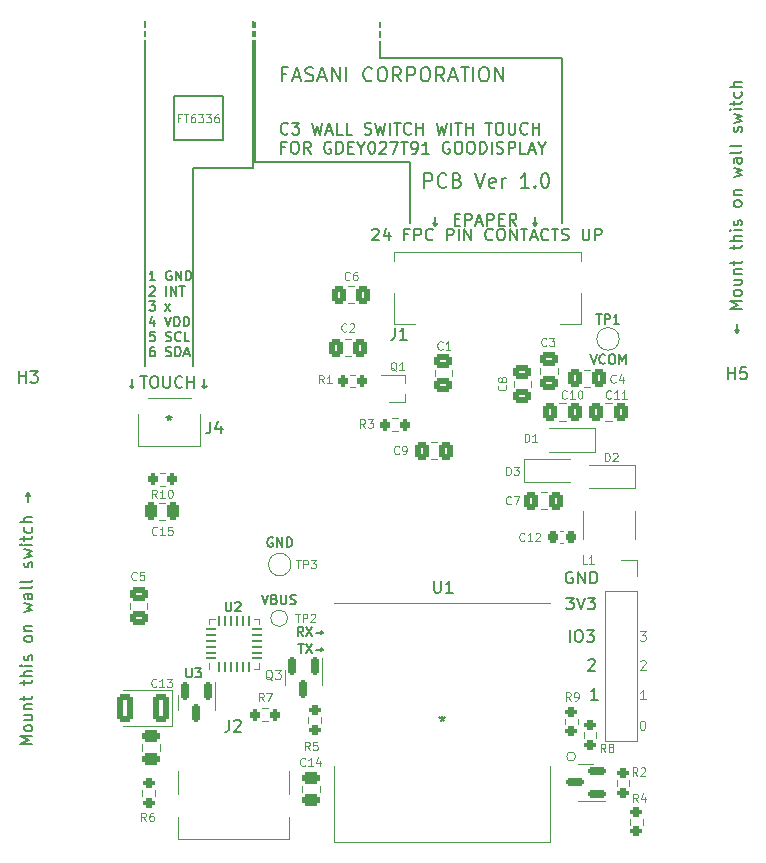
<source format=gto>
G04 #@! TF.GenerationSoftware,KiCad,Pcbnew,6.0.10-86aedd382b~118~ubuntu20.04.1*
G04 #@! TF.CreationDate,2023-01-02T08:46:21+01:00*
G04 #@! TF.ProjectId,C3-27-epaper-touch,43332d32-372d-4657-9061-7065722d746f,rev?*
G04 #@! TF.SameCoordinates,Original*
G04 #@! TF.FileFunction,Legend,Top*
G04 #@! TF.FilePolarity,Positive*
%FSLAX46Y46*%
G04 Gerber Fmt 4.6, Leading zero omitted, Abs format (unit mm)*
G04 Created by KiCad (PCBNEW 6.0.10-86aedd382b~118~ubuntu20.04.1) date 2023-01-02 08:46:21*
%MOMM*%
%LPD*%
G01*
G04 APERTURE LIST*
G04 Aperture macros list*
%AMRoundRect*
0 Rectangle with rounded corners*
0 $1 Rounding radius*
0 $2 $3 $4 $5 $6 $7 $8 $9 X,Y pos of 4 corners*
0 Add a 4 corners polygon primitive as box body*
4,1,4,$2,$3,$4,$5,$6,$7,$8,$9,$2,$3,0*
0 Add four circle primitives for the rounded corners*
1,1,$1+$1,$2,$3*
1,1,$1+$1,$4,$5*
1,1,$1+$1,$6,$7*
1,1,$1+$1,$8,$9*
0 Add four rect primitives between the rounded corners*
20,1,$1+$1,$2,$3,$4,$5,0*
20,1,$1+$1,$4,$5,$6,$7,0*
20,1,$1+$1,$6,$7,$8,$9,0*
20,1,$1+$1,$8,$9,$2,$3,0*%
G04 Aperture macros list end*
%ADD10C,0.150000*%
%ADD11C,0.160000*%
%ADD12C,0.130000*%
%ADD13C,0.140000*%
%ADD14C,0.120000*%
%ADD15C,1.000000*%
%ADD16C,1.500000*%
%ADD17C,2.200000*%
%ADD18RoundRect,0.250000X-0.337500X-0.475000X0.337500X-0.475000X0.337500X0.475000X-0.337500X0.475000X0*%
%ADD19R,1.498600X0.889000*%
%ADD20R,0.711200X0.711200*%
%ADD21RoundRect,0.150000X0.587500X0.150000X-0.587500X0.150000X-0.587500X-0.150000X0.587500X-0.150000X0*%
%ADD22RoundRect,0.250000X0.475000X-0.337500X0.475000X0.337500X-0.475000X0.337500X-0.475000X-0.337500X0*%
%ADD23RoundRect,0.250000X0.337500X0.475000X-0.337500X0.475000X-0.337500X-0.475000X0.337500X-0.475000X0*%
%ADD24C,0.650000*%
%ADD25R,0.600000X1.450000*%
%ADD26R,0.300000X1.450000*%
%ADD27O,1.000000X2.100000*%
%ADD28O,1.000000X1.600000*%
%ADD29RoundRect,0.150000X-0.150000X0.587500X-0.150000X-0.587500X0.150000X-0.587500X0.150000X0.587500X0*%
%ADD30RoundRect,0.200000X-0.200000X-0.275000X0.200000X-0.275000X0.200000X0.275000X-0.200000X0.275000X0*%
%ADD31RoundRect,0.200000X-0.275000X0.200000X-0.275000X-0.200000X0.275000X-0.200000X0.275000X0.200000X0*%
%ADD32C,3.200000*%
%ADD33RoundRect,0.200000X0.275000X-0.200000X0.275000X0.200000X-0.275000X0.200000X-0.275000X-0.200000X0*%
%ADD34RoundRect,0.250000X-0.475000X0.250000X-0.475000X-0.250000X0.475000X-0.250000X0.475000X0.250000X0*%
%ADD35R,0.304800X1.193800*%
%ADD36R,1.803400X2.006600*%
%ADD37R,0.900000X1.200000*%
%ADD38RoundRect,0.250000X0.250000X0.475000X-0.250000X0.475000X-0.250000X-0.475000X0.250000X-0.475000X0*%
%ADD39RoundRect,0.200000X0.200000X0.275000X-0.200000X0.275000X-0.200000X-0.275000X0.200000X-0.275000X0*%
%ADD40RoundRect,0.250000X0.412500X0.925000X-0.412500X0.925000X-0.412500X-0.925000X0.412500X-0.925000X0*%
%ADD41R,0.304800X0.812800*%
%ADD42R,0.406400X0.812800*%
%ADD43RoundRect,0.250000X-0.475000X0.337500X-0.475000X-0.337500X0.475000X-0.337500X0.475000X0.337500X0*%
%ADD44R,1.700000X1.700000*%
%ADD45O,1.700000X1.700000*%
%ADD46RoundRect,0.062500X0.062500X-0.350000X0.062500X0.350000X-0.062500X0.350000X-0.062500X-0.350000X0*%
%ADD47RoundRect,0.062500X0.350000X-0.062500X0.350000X0.062500X-0.350000X0.062500X-0.350000X-0.062500X0*%
%ADD48R,2.600000X2.600000*%
%ADD49R,0.700000X0.450000*%
%ADD50RoundRect,0.225000X-0.225000X-0.250000X0.225000X-0.250000X0.225000X0.250000X-0.225000X0.250000X0*%
%ADD51R,3.708400X1.092200*%
G04 APERTURE END LIST*
D10*
X140983214Y-69492857D02*
X140983214Y-68292857D01*
X141440357Y-68292857D01*
X141554642Y-68350000D01*
X141611785Y-68407142D01*
X141668928Y-68521428D01*
X141668928Y-68692857D01*
X141611785Y-68807142D01*
X141554642Y-68864285D01*
X141440357Y-68921428D01*
X140983214Y-68921428D01*
X142868928Y-69378571D02*
X142811785Y-69435714D01*
X142640357Y-69492857D01*
X142526071Y-69492857D01*
X142354642Y-69435714D01*
X142240357Y-69321428D01*
X142183214Y-69207142D01*
X142126071Y-68978571D01*
X142126071Y-68807142D01*
X142183214Y-68578571D01*
X142240357Y-68464285D01*
X142354642Y-68350000D01*
X142526071Y-68292857D01*
X142640357Y-68292857D01*
X142811785Y-68350000D01*
X142868928Y-68407142D01*
X143783214Y-68864285D02*
X143954642Y-68921428D01*
X144011785Y-68978571D01*
X144068928Y-69092857D01*
X144068928Y-69264285D01*
X144011785Y-69378571D01*
X143954642Y-69435714D01*
X143840357Y-69492857D01*
X143383214Y-69492857D01*
X143383214Y-68292857D01*
X143783214Y-68292857D01*
X143897500Y-68350000D01*
X143954642Y-68407142D01*
X144011785Y-68521428D01*
X144011785Y-68635714D01*
X143954642Y-68750000D01*
X143897500Y-68807142D01*
X143783214Y-68864285D01*
X143383214Y-68864285D01*
X145326071Y-68292857D02*
X145726071Y-69492857D01*
X146126071Y-68292857D01*
X146983214Y-69435714D02*
X146868928Y-69492857D01*
X146640357Y-69492857D01*
X146526071Y-69435714D01*
X146468928Y-69321428D01*
X146468928Y-68864285D01*
X146526071Y-68750000D01*
X146640357Y-68692857D01*
X146868928Y-68692857D01*
X146983214Y-68750000D01*
X147040357Y-68864285D01*
X147040357Y-68978571D01*
X146468928Y-69092857D01*
X147554642Y-69492857D02*
X147554642Y-68692857D01*
X147554642Y-68921428D02*
X147611785Y-68807142D01*
X147668928Y-68750000D01*
X147783214Y-68692857D01*
X147897500Y-68692857D01*
X149840357Y-69492857D02*
X149154642Y-69492857D01*
X149497500Y-69492857D02*
X149497500Y-68292857D01*
X149383214Y-68464285D01*
X149268928Y-68578571D01*
X149154642Y-68635714D01*
X150354642Y-69378571D02*
X150411785Y-69435714D01*
X150354642Y-69492857D01*
X150297500Y-69435714D01*
X150354642Y-69378571D01*
X150354642Y-69492857D01*
X151154642Y-68292857D02*
X151268928Y-68292857D01*
X151383214Y-68350000D01*
X151440357Y-68407142D01*
X151497500Y-68521428D01*
X151554642Y-68750000D01*
X151554642Y-69035714D01*
X151497500Y-69264285D01*
X151440357Y-69378571D01*
X151383214Y-69435714D01*
X151268928Y-69492857D01*
X151154642Y-69492857D01*
X151040357Y-69435714D01*
X150983214Y-69378571D01*
X150926071Y-69264285D01*
X150868928Y-69035714D01*
X150868928Y-68750000D01*
X150926071Y-68521428D01*
X150983214Y-68407142D01*
X151040357Y-68350000D01*
X151154642Y-68292857D01*
X129457023Y-64902142D02*
X129409404Y-64949761D01*
X129266547Y-64997380D01*
X129171309Y-64997380D01*
X129028452Y-64949761D01*
X128933214Y-64854523D01*
X128885595Y-64759285D01*
X128837976Y-64568809D01*
X128837976Y-64425952D01*
X128885595Y-64235476D01*
X128933214Y-64140238D01*
X129028452Y-64045000D01*
X129171309Y-63997380D01*
X129266547Y-63997380D01*
X129409404Y-64045000D01*
X129457023Y-64092619D01*
X129790357Y-63997380D02*
X130409404Y-63997380D01*
X130076071Y-64378333D01*
X130218928Y-64378333D01*
X130314166Y-64425952D01*
X130361785Y-64473571D01*
X130409404Y-64568809D01*
X130409404Y-64806904D01*
X130361785Y-64902142D01*
X130314166Y-64949761D01*
X130218928Y-64997380D01*
X129933214Y-64997380D01*
X129837976Y-64949761D01*
X129790357Y-64902142D01*
X131504642Y-63997380D02*
X131742738Y-64997380D01*
X131933214Y-64283095D01*
X132123690Y-64997380D01*
X132361785Y-63997380D01*
X132695119Y-64711666D02*
X133171309Y-64711666D01*
X132599880Y-64997380D02*
X132933214Y-63997380D01*
X133266547Y-64997380D01*
X134076071Y-64997380D02*
X133599880Y-64997380D01*
X133599880Y-63997380D01*
X134885595Y-64997380D02*
X134409404Y-64997380D01*
X134409404Y-63997380D01*
X135933214Y-64949761D02*
X136076071Y-64997380D01*
X136314166Y-64997380D01*
X136409404Y-64949761D01*
X136457023Y-64902142D01*
X136504642Y-64806904D01*
X136504642Y-64711666D01*
X136457023Y-64616428D01*
X136409404Y-64568809D01*
X136314166Y-64521190D01*
X136123690Y-64473571D01*
X136028452Y-64425952D01*
X135980833Y-64378333D01*
X135933214Y-64283095D01*
X135933214Y-64187857D01*
X135980833Y-64092619D01*
X136028452Y-64045000D01*
X136123690Y-63997380D01*
X136361785Y-63997380D01*
X136504642Y-64045000D01*
X136837976Y-63997380D02*
X137076071Y-64997380D01*
X137266547Y-64283095D01*
X137457023Y-64997380D01*
X137695119Y-63997380D01*
X138076071Y-64997380D02*
X138076071Y-63997380D01*
X138409404Y-63997380D02*
X138980833Y-63997380D01*
X138695119Y-64997380D02*
X138695119Y-63997380D01*
X139885595Y-64902142D02*
X139837976Y-64949761D01*
X139695119Y-64997380D01*
X139599880Y-64997380D01*
X139457023Y-64949761D01*
X139361785Y-64854523D01*
X139314166Y-64759285D01*
X139266547Y-64568809D01*
X139266547Y-64425952D01*
X139314166Y-64235476D01*
X139361785Y-64140238D01*
X139457023Y-64045000D01*
X139599880Y-63997380D01*
X139695119Y-63997380D01*
X139837976Y-64045000D01*
X139885595Y-64092619D01*
X140314166Y-64997380D02*
X140314166Y-63997380D01*
X140314166Y-64473571D02*
X140885595Y-64473571D01*
X140885595Y-64997380D02*
X140885595Y-63997380D01*
X142028452Y-63997380D02*
X142266547Y-64997380D01*
X142457023Y-64283095D01*
X142647500Y-64997380D01*
X142885595Y-63997380D01*
X143266547Y-64997380D02*
X143266547Y-63997380D01*
X143599880Y-63997380D02*
X144171309Y-63997380D01*
X143885595Y-64997380D02*
X143885595Y-63997380D01*
X144504642Y-64997380D02*
X144504642Y-63997380D01*
X144504642Y-64473571D02*
X145076071Y-64473571D01*
X145076071Y-64997380D02*
X145076071Y-63997380D01*
X146171309Y-63997380D02*
X146742738Y-63997380D01*
X146457023Y-64997380D02*
X146457023Y-63997380D01*
X147266547Y-63997380D02*
X147457023Y-63997380D01*
X147552261Y-64045000D01*
X147647500Y-64140238D01*
X147695119Y-64330714D01*
X147695119Y-64664047D01*
X147647500Y-64854523D01*
X147552261Y-64949761D01*
X147457023Y-64997380D01*
X147266547Y-64997380D01*
X147171309Y-64949761D01*
X147076071Y-64854523D01*
X147028452Y-64664047D01*
X147028452Y-64330714D01*
X147076071Y-64140238D01*
X147171309Y-64045000D01*
X147266547Y-63997380D01*
X148123690Y-63997380D02*
X148123690Y-64806904D01*
X148171309Y-64902142D01*
X148218928Y-64949761D01*
X148314166Y-64997380D01*
X148504642Y-64997380D01*
X148599880Y-64949761D01*
X148647500Y-64902142D01*
X148695119Y-64806904D01*
X148695119Y-63997380D01*
X149742738Y-64902142D02*
X149695119Y-64949761D01*
X149552261Y-64997380D01*
X149457023Y-64997380D01*
X149314166Y-64949761D01*
X149218928Y-64854523D01*
X149171309Y-64759285D01*
X149123690Y-64568809D01*
X149123690Y-64425952D01*
X149171309Y-64235476D01*
X149218928Y-64140238D01*
X149314166Y-64045000D01*
X149457023Y-63997380D01*
X149552261Y-63997380D01*
X149695119Y-64045000D01*
X149742738Y-64092619D01*
X150171309Y-64997380D02*
X150171309Y-63997380D01*
X150171309Y-64473571D02*
X150742738Y-64473571D01*
X150742738Y-64997380D02*
X150742738Y-63997380D01*
X129218928Y-66083571D02*
X128885595Y-66083571D01*
X128885595Y-66607380D02*
X128885595Y-65607380D01*
X129361785Y-65607380D01*
X129933214Y-65607380D02*
X130123690Y-65607380D01*
X130218928Y-65655000D01*
X130314166Y-65750238D01*
X130361785Y-65940714D01*
X130361785Y-66274047D01*
X130314166Y-66464523D01*
X130218928Y-66559761D01*
X130123690Y-66607380D01*
X129933214Y-66607380D01*
X129837976Y-66559761D01*
X129742738Y-66464523D01*
X129695119Y-66274047D01*
X129695119Y-65940714D01*
X129742738Y-65750238D01*
X129837976Y-65655000D01*
X129933214Y-65607380D01*
X131361785Y-66607380D02*
X131028452Y-66131190D01*
X130790357Y-66607380D02*
X130790357Y-65607380D01*
X131171309Y-65607380D01*
X131266547Y-65655000D01*
X131314166Y-65702619D01*
X131361785Y-65797857D01*
X131361785Y-65940714D01*
X131314166Y-66035952D01*
X131266547Y-66083571D01*
X131171309Y-66131190D01*
X130790357Y-66131190D01*
X133076071Y-65655000D02*
X132980833Y-65607380D01*
X132837976Y-65607380D01*
X132695119Y-65655000D01*
X132599880Y-65750238D01*
X132552261Y-65845476D01*
X132504642Y-66035952D01*
X132504642Y-66178809D01*
X132552261Y-66369285D01*
X132599880Y-66464523D01*
X132695119Y-66559761D01*
X132837976Y-66607380D01*
X132933214Y-66607380D01*
X133076071Y-66559761D01*
X133123690Y-66512142D01*
X133123690Y-66178809D01*
X132933214Y-66178809D01*
X133552261Y-66607380D02*
X133552261Y-65607380D01*
X133790357Y-65607380D01*
X133933214Y-65655000D01*
X134028452Y-65750238D01*
X134076071Y-65845476D01*
X134123690Y-66035952D01*
X134123690Y-66178809D01*
X134076071Y-66369285D01*
X134028452Y-66464523D01*
X133933214Y-66559761D01*
X133790357Y-66607380D01*
X133552261Y-66607380D01*
X134552261Y-66083571D02*
X134885595Y-66083571D01*
X135028452Y-66607380D02*
X134552261Y-66607380D01*
X134552261Y-65607380D01*
X135028452Y-65607380D01*
X135647500Y-66131190D02*
X135647500Y-66607380D01*
X135314166Y-65607380D02*
X135647500Y-66131190D01*
X135980833Y-65607380D01*
X136504642Y-65607380D02*
X136599880Y-65607380D01*
X136695119Y-65655000D01*
X136742738Y-65702619D01*
X136790357Y-65797857D01*
X136837976Y-65988333D01*
X136837976Y-66226428D01*
X136790357Y-66416904D01*
X136742738Y-66512142D01*
X136695119Y-66559761D01*
X136599880Y-66607380D01*
X136504642Y-66607380D01*
X136409404Y-66559761D01*
X136361785Y-66512142D01*
X136314166Y-66416904D01*
X136266547Y-66226428D01*
X136266547Y-65988333D01*
X136314166Y-65797857D01*
X136361785Y-65702619D01*
X136409404Y-65655000D01*
X136504642Y-65607380D01*
X137218928Y-65702619D02*
X137266547Y-65655000D01*
X137361785Y-65607380D01*
X137599880Y-65607380D01*
X137695119Y-65655000D01*
X137742738Y-65702619D01*
X137790357Y-65797857D01*
X137790357Y-65893095D01*
X137742738Y-66035952D01*
X137171309Y-66607380D01*
X137790357Y-66607380D01*
X138123690Y-65607380D02*
X138790357Y-65607380D01*
X138361785Y-66607380D01*
X139028452Y-65607380D02*
X139599880Y-65607380D01*
X139314166Y-66607380D02*
X139314166Y-65607380D01*
X139980833Y-66607380D02*
X140171309Y-66607380D01*
X140266547Y-66559761D01*
X140314166Y-66512142D01*
X140409404Y-66369285D01*
X140457023Y-66178809D01*
X140457023Y-65797857D01*
X140409404Y-65702619D01*
X140361785Y-65655000D01*
X140266547Y-65607380D01*
X140076071Y-65607380D01*
X139980833Y-65655000D01*
X139933214Y-65702619D01*
X139885595Y-65797857D01*
X139885595Y-66035952D01*
X139933214Y-66131190D01*
X139980833Y-66178809D01*
X140076071Y-66226428D01*
X140266547Y-66226428D01*
X140361785Y-66178809D01*
X140409404Y-66131190D01*
X140457023Y-66035952D01*
X141409404Y-66607380D02*
X140837976Y-66607380D01*
X141123690Y-66607380D02*
X141123690Y-65607380D01*
X141028452Y-65750238D01*
X140933214Y-65845476D01*
X140837976Y-65893095D01*
X143123690Y-65655000D02*
X143028452Y-65607380D01*
X142885595Y-65607380D01*
X142742738Y-65655000D01*
X142647500Y-65750238D01*
X142599880Y-65845476D01*
X142552261Y-66035952D01*
X142552261Y-66178809D01*
X142599880Y-66369285D01*
X142647500Y-66464523D01*
X142742738Y-66559761D01*
X142885595Y-66607380D01*
X142980833Y-66607380D01*
X143123690Y-66559761D01*
X143171309Y-66512142D01*
X143171309Y-66178809D01*
X142980833Y-66178809D01*
X143790357Y-65607380D02*
X143980833Y-65607380D01*
X144076071Y-65655000D01*
X144171309Y-65750238D01*
X144218928Y-65940714D01*
X144218928Y-66274047D01*
X144171309Y-66464523D01*
X144076071Y-66559761D01*
X143980833Y-66607380D01*
X143790357Y-66607380D01*
X143695119Y-66559761D01*
X143599880Y-66464523D01*
X143552261Y-66274047D01*
X143552261Y-65940714D01*
X143599880Y-65750238D01*
X143695119Y-65655000D01*
X143790357Y-65607380D01*
X144837976Y-65607380D02*
X145028452Y-65607380D01*
X145123690Y-65655000D01*
X145218928Y-65750238D01*
X145266547Y-65940714D01*
X145266547Y-66274047D01*
X145218928Y-66464523D01*
X145123690Y-66559761D01*
X145028452Y-66607380D01*
X144837976Y-66607380D01*
X144742738Y-66559761D01*
X144647500Y-66464523D01*
X144599880Y-66274047D01*
X144599880Y-65940714D01*
X144647500Y-65750238D01*
X144742738Y-65655000D01*
X144837976Y-65607380D01*
X145695119Y-66607380D02*
X145695119Y-65607380D01*
X145933214Y-65607380D01*
X146076071Y-65655000D01*
X146171309Y-65750238D01*
X146218928Y-65845476D01*
X146266547Y-66035952D01*
X146266547Y-66178809D01*
X146218928Y-66369285D01*
X146171309Y-66464523D01*
X146076071Y-66559761D01*
X145933214Y-66607380D01*
X145695119Y-66607380D01*
X146695119Y-66607380D02*
X146695119Y-65607380D01*
X147123690Y-66559761D02*
X147266547Y-66607380D01*
X147504642Y-66607380D01*
X147599880Y-66559761D01*
X147647500Y-66512142D01*
X147695119Y-66416904D01*
X147695119Y-66321666D01*
X147647500Y-66226428D01*
X147599880Y-66178809D01*
X147504642Y-66131190D01*
X147314166Y-66083571D01*
X147218928Y-66035952D01*
X147171309Y-65988333D01*
X147123690Y-65893095D01*
X147123690Y-65797857D01*
X147171309Y-65702619D01*
X147218928Y-65655000D01*
X147314166Y-65607380D01*
X147552261Y-65607380D01*
X147695119Y-65655000D01*
X148123690Y-66607380D02*
X148123690Y-65607380D01*
X148504642Y-65607380D01*
X148599880Y-65655000D01*
X148647500Y-65702619D01*
X148695119Y-65797857D01*
X148695119Y-65940714D01*
X148647500Y-66035952D01*
X148599880Y-66083571D01*
X148504642Y-66131190D01*
X148123690Y-66131190D01*
X149599880Y-66607380D02*
X149123690Y-66607380D01*
X149123690Y-65607380D01*
X149885595Y-66321666D02*
X150361785Y-66321666D01*
X149790357Y-66607380D02*
X150123690Y-65607380D01*
X150457023Y-66607380D01*
X150980833Y-66131190D02*
X150980833Y-66607380D01*
X150647500Y-65607380D02*
X150980833Y-66131190D01*
X151314166Y-65607380D01*
D11*
X129315714Y-59864285D02*
X128915714Y-59864285D01*
X128915714Y-60492857D02*
X128915714Y-59292857D01*
X129487143Y-59292857D01*
X129887143Y-60150000D02*
X130458571Y-60150000D01*
X129772857Y-60492857D02*
X130172857Y-59292857D01*
X130572857Y-60492857D01*
X130915714Y-60435714D02*
X131087143Y-60492857D01*
X131372857Y-60492857D01*
X131487143Y-60435714D01*
X131544285Y-60378571D01*
X131601428Y-60264285D01*
X131601428Y-60150000D01*
X131544285Y-60035714D01*
X131487143Y-59978571D01*
X131372857Y-59921428D01*
X131144285Y-59864285D01*
X131030000Y-59807142D01*
X130972857Y-59750000D01*
X130915714Y-59635714D01*
X130915714Y-59521428D01*
X130972857Y-59407142D01*
X131030000Y-59350000D01*
X131144285Y-59292857D01*
X131430000Y-59292857D01*
X131601428Y-59350000D01*
X132058571Y-60150000D02*
X132630000Y-60150000D01*
X131944285Y-60492857D02*
X132344285Y-59292857D01*
X132744285Y-60492857D01*
X133144285Y-60492857D02*
X133144285Y-59292857D01*
X133830000Y-60492857D01*
X133830000Y-59292857D01*
X134401428Y-60492857D02*
X134401428Y-59292857D01*
X136572857Y-60378571D02*
X136515714Y-60435714D01*
X136344285Y-60492857D01*
X136230000Y-60492857D01*
X136058571Y-60435714D01*
X135944285Y-60321428D01*
X135887143Y-60207142D01*
X135830000Y-59978571D01*
X135830000Y-59807142D01*
X135887143Y-59578571D01*
X135944285Y-59464285D01*
X136058571Y-59350000D01*
X136230000Y-59292857D01*
X136344285Y-59292857D01*
X136515714Y-59350000D01*
X136572857Y-59407142D01*
X137315714Y-59292857D02*
X137544285Y-59292857D01*
X137658571Y-59350000D01*
X137772857Y-59464285D01*
X137830000Y-59692857D01*
X137830000Y-60092857D01*
X137772857Y-60321428D01*
X137658571Y-60435714D01*
X137544285Y-60492857D01*
X137315714Y-60492857D01*
X137201428Y-60435714D01*
X137087143Y-60321428D01*
X137030000Y-60092857D01*
X137030000Y-59692857D01*
X137087143Y-59464285D01*
X137201428Y-59350000D01*
X137315714Y-59292857D01*
X139030000Y-60492857D02*
X138630000Y-59921428D01*
X138344285Y-60492857D02*
X138344285Y-59292857D01*
X138801428Y-59292857D01*
X138915714Y-59350000D01*
X138972857Y-59407142D01*
X139030000Y-59521428D01*
X139030000Y-59692857D01*
X138972857Y-59807142D01*
X138915714Y-59864285D01*
X138801428Y-59921428D01*
X138344285Y-59921428D01*
X139544285Y-60492857D02*
X139544285Y-59292857D01*
X140001428Y-59292857D01*
X140115714Y-59350000D01*
X140172857Y-59407142D01*
X140230000Y-59521428D01*
X140230000Y-59692857D01*
X140172857Y-59807142D01*
X140115714Y-59864285D01*
X140001428Y-59921428D01*
X139544285Y-59921428D01*
X140972857Y-59292857D02*
X141201428Y-59292857D01*
X141315714Y-59350000D01*
X141430000Y-59464285D01*
X141487143Y-59692857D01*
X141487143Y-60092857D01*
X141430000Y-60321428D01*
X141315714Y-60435714D01*
X141201428Y-60492857D01*
X140972857Y-60492857D01*
X140858571Y-60435714D01*
X140744285Y-60321428D01*
X140687143Y-60092857D01*
X140687143Y-59692857D01*
X140744285Y-59464285D01*
X140858571Y-59350000D01*
X140972857Y-59292857D01*
X142687143Y-60492857D02*
X142287143Y-59921428D01*
X142001428Y-60492857D02*
X142001428Y-59292857D01*
X142458571Y-59292857D01*
X142572857Y-59350000D01*
X142630000Y-59407142D01*
X142687143Y-59521428D01*
X142687143Y-59692857D01*
X142630000Y-59807142D01*
X142572857Y-59864285D01*
X142458571Y-59921428D01*
X142001428Y-59921428D01*
X143144285Y-60150000D02*
X143715714Y-60150000D01*
X143030000Y-60492857D02*
X143430000Y-59292857D01*
X143830000Y-60492857D01*
X144058571Y-59292857D02*
X144744285Y-59292857D01*
X144401428Y-60492857D02*
X144401428Y-59292857D01*
X145144285Y-60492857D02*
X145144285Y-59292857D01*
X145944285Y-59292857D02*
X146172857Y-59292857D01*
X146287143Y-59350000D01*
X146401428Y-59464285D01*
X146458571Y-59692857D01*
X146458571Y-60092857D01*
X146401428Y-60321428D01*
X146287143Y-60435714D01*
X146172857Y-60492857D01*
X145944285Y-60492857D01*
X145830000Y-60435714D01*
X145715714Y-60321428D01*
X145658571Y-60092857D01*
X145658571Y-59692857D01*
X145715714Y-59464285D01*
X145830000Y-59350000D01*
X145944285Y-59292857D01*
X146972857Y-60492857D02*
X146972857Y-59292857D01*
X147658571Y-60492857D01*
X147658571Y-59292857D01*
D10*
X137250000Y-55925000D02*
X137250000Y-55475000D01*
X139800000Y-72500000D02*
X139800000Y-67350000D01*
X137250000Y-56700000D02*
X137250000Y-56250000D01*
X117350000Y-55875000D02*
X117350000Y-55425000D01*
X126700000Y-67350000D02*
X126700000Y-57000000D01*
X139800000Y-67350000D02*
X126700000Y-67350000D01*
X137250000Y-58500000D02*
X137250000Y-57050000D01*
X126500000Y-56650000D02*
X126500000Y-56200000D01*
X126500000Y-67800000D02*
X126500000Y-57000000D01*
X126700000Y-55900000D02*
X126700000Y-55450000D01*
X121450000Y-67800000D02*
X126450000Y-67800000D01*
X126500000Y-55875000D02*
X126500000Y-55425000D01*
X121450000Y-84600000D02*
X121450000Y-67800000D01*
X126700000Y-56675000D02*
X126700000Y-56225000D01*
X119775000Y-61750000D02*
X123925000Y-61750000D01*
X123925000Y-61750000D02*
X123925000Y-65450000D01*
X123925000Y-65450000D02*
X119775000Y-65450000D01*
X119775000Y-65450000D02*
X119775000Y-61750000D01*
X117350000Y-84600000D02*
X117350000Y-57000000D01*
X152650000Y-58500000D02*
X137250000Y-58500000D01*
X117350000Y-56650000D02*
X117350000Y-56200000D01*
X152650000Y-72500000D02*
X152650000Y-58500000D01*
X107802380Y-116619047D02*
X106802380Y-116619047D01*
X107516666Y-116285714D01*
X106802380Y-115952380D01*
X107802380Y-115952380D01*
X107802380Y-115333333D02*
X107754761Y-115428571D01*
X107707142Y-115476190D01*
X107611904Y-115523809D01*
X107326190Y-115523809D01*
X107230952Y-115476190D01*
X107183333Y-115428571D01*
X107135714Y-115333333D01*
X107135714Y-115190476D01*
X107183333Y-115095238D01*
X107230952Y-115047619D01*
X107326190Y-115000000D01*
X107611904Y-115000000D01*
X107707142Y-115047619D01*
X107754761Y-115095238D01*
X107802380Y-115190476D01*
X107802380Y-115333333D01*
X107135714Y-114142857D02*
X107802380Y-114142857D01*
X107135714Y-114571428D02*
X107659523Y-114571428D01*
X107754761Y-114523809D01*
X107802380Y-114428571D01*
X107802380Y-114285714D01*
X107754761Y-114190476D01*
X107707142Y-114142857D01*
X107135714Y-113666666D02*
X107802380Y-113666666D01*
X107230952Y-113666666D02*
X107183333Y-113619047D01*
X107135714Y-113523809D01*
X107135714Y-113380952D01*
X107183333Y-113285714D01*
X107278571Y-113238095D01*
X107802380Y-113238095D01*
X107135714Y-112904761D02*
X107135714Y-112523809D01*
X106802380Y-112761904D02*
X107659523Y-112761904D01*
X107754761Y-112714285D01*
X107802380Y-112619047D01*
X107802380Y-112523809D01*
X107135714Y-111571428D02*
X107135714Y-111190476D01*
X106802380Y-111428571D02*
X107659523Y-111428571D01*
X107754761Y-111380952D01*
X107802380Y-111285714D01*
X107802380Y-111190476D01*
X107802380Y-110857142D02*
X106802380Y-110857142D01*
X107802380Y-110428571D02*
X107278571Y-110428571D01*
X107183333Y-110476190D01*
X107135714Y-110571428D01*
X107135714Y-110714285D01*
X107183333Y-110809523D01*
X107230952Y-110857142D01*
X107802380Y-109952380D02*
X107135714Y-109952380D01*
X106802380Y-109952380D02*
X106850000Y-110000000D01*
X106897619Y-109952380D01*
X106850000Y-109904761D01*
X106802380Y-109952380D01*
X106897619Y-109952380D01*
X107754761Y-109523809D02*
X107802380Y-109428571D01*
X107802380Y-109238095D01*
X107754761Y-109142857D01*
X107659523Y-109095238D01*
X107611904Y-109095238D01*
X107516666Y-109142857D01*
X107469047Y-109238095D01*
X107469047Y-109380952D01*
X107421428Y-109476190D01*
X107326190Y-109523809D01*
X107278571Y-109523809D01*
X107183333Y-109476190D01*
X107135714Y-109380952D01*
X107135714Y-109238095D01*
X107183333Y-109142857D01*
X107802380Y-107761904D02*
X107754761Y-107857142D01*
X107707142Y-107904761D01*
X107611904Y-107952380D01*
X107326190Y-107952380D01*
X107230952Y-107904761D01*
X107183333Y-107857142D01*
X107135714Y-107761904D01*
X107135714Y-107619047D01*
X107183333Y-107523809D01*
X107230952Y-107476190D01*
X107326190Y-107428571D01*
X107611904Y-107428571D01*
X107707142Y-107476190D01*
X107754761Y-107523809D01*
X107802380Y-107619047D01*
X107802380Y-107761904D01*
X107135714Y-107000000D02*
X107802380Y-107000000D01*
X107230952Y-107000000D02*
X107183333Y-106952380D01*
X107135714Y-106857142D01*
X107135714Y-106714285D01*
X107183333Y-106619047D01*
X107278571Y-106571428D01*
X107802380Y-106571428D01*
X107135714Y-105428571D02*
X107802380Y-105238095D01*
X107326190Y-105047619D01*
X107802380Y-104857142D01*
X107135714Y-104666666D01*
X107802380Y-103857142D02*
X107278571Y-103857142D01*
X107183333Y-103904761D01*
X107135714Y-104000000D01*
X107135714Y-104190476D01*
X107183333Y-104285714D01*
X107754761Y-103857142D02*
X107802380Y-103952380D01*
X107802380Y-104190476D01*
X107754761Y-104285714D01*
X107659523Y-104333333D01*
X107564285Y-104333333D01*
X107469047Y-104285714D01*
X107421428Y-104190476D01*
X107421428Y-103952380D01*
X107373809Y-103857142D01*
X107802380Y-103238095D02*
X107754761Y-103333333D01*
X107659523Y-103380952D01*
X106802380Y-103380952D01*
X107802380Y-102714285D02*
X107754761Y-102809523D01*
X107659523Y-102857142D01*
X106802380Y-102857142D01*
X107754761Y-101619047D02*
X107802380Y-101523809D01*
X107802380Y-101333333D01*
X107754761Y-101238095D01*
X107659523Y-101190476D01*
X107611904Y-101190476D01*
X107516666Y-101238095D01*
X107469047Y-101333333D01*
X107469047Y-101476190D01*
X107421428Y-101571428D01*
X107326190Y-101619047D01*
X107278571Y-101619047D01*
X107183333Y-101571428D01*
X107135714Y-101476190D01*
X107135714Y-101333333D01*
X107183333Y-101238095D01*
X107135714Y-100857142D02*
X107802380Y-100666666D01*
X107326190Y-100476190D01*
X107802380Y-100285714D01*
X107135714Y-100095238D01*
X107802380Y-99714285D02*
X107135714Y-99714285D01*
X106802380Y-99714285D02*
X106850000Y-99761904D01*
X106897619Y-99714285D01*
X106850000Y-99666666D01*
X106802380Y-99714285D01*
X106897619Y-99714285D01*
X107135714Y-99380952D02*
X107135714Y-99000000D01*
X106802380Y-99238095D02*
X107659523Y-99238095D01*
X107754761Y-99190476D01*
X107802380Y-99095238D01*
X107802380Y-99000000D01*
X107754761Y-98238095D02*
X107802380Y-98333333D01*
X107802380Y-98523809D01*
X107754761Y-98619047D01*
X107707142Y-98666666D01*
X107611904Y-98714285D01*
X107326190Y-98714285D01*
X107230952Y-98666666D01*
X107183333Y-98619047D01*
X107135714Y-98523809D01*
X107135714Y-98333333D01*
X107183333Y-98238095D01*
X107802380Y-97809523D02*
X106802380Y-97809523D01*
X107802380Y-97380952D02*
X107278571Y-97380952D01*
X107183333Y-97428571D01*
X107135714Y-97523809D01*
X107135714Y-97666666D01*
X107183333Y-97761904D01*
X107230952Y-97809523D01*
X107421428Y-96142857D02*
X107421428Y-95380952D01*
X107611904Y-95571428D02*
X107421428Y-95380952D01*
X107230952Y-95571428D01*
X116228571Y-85690476D02*
X116228571Y-86452380D01*
X116419047Y-86261904D02*
X116228571Y-86452380D01*
X116038095Y-86261904D01*
X116942857Y-85452380D02*
X117514285Y-85452380D01*
X117228571Y-86452380D02*
X117228571Y-85452380D01*
X118038095Y-85452380D02*
X118228571Y-85452380D01*
X118323809Y-85500000D01*
X118419047Y-85595238D01*
X118466666Y-85785714D01*
X118466666Y-86119047D01*
X118419047Y-86309523D01*
X118323809Y-86404761D01*
X118228571Y-86452380D01*
X118038095Y-86452380D01*
X117942857Y-86404761D01*
X117847619Y-86309523D01*
X117800000Y-86119047D01*
X117800000Y-85785714D01*
X117847619Y-85595238D01*
X117942857Y-85500000D01*
X118038095Y-85452380D01*
X118895238Y-85452380D02*
X118895238Y-86261904D01*
X118942857Y-86357142D01*
X118990476Y-86404761D01*
X119085714Y-86452380D01*
X119276190Y-86452380D01*
X119371428Y-86404761D01*
X119419047Y-86357142D01*
X119466666Y-86261904D01*
X119466666Y-85452380D01*
X120514285Y-86357142D02*
X120466666Y-86404761D01*
X120323809Y-86452380D01*
X120228571Y-86452380D01*
X120085714Y-86404761D01*
X119990476Y-86309523D01*
X119942857Y-86214285D01*
X119895238Y-86023809D01*
X119895238Y-85880952D01*
X119942857Y-85690476D01*
X119990476Y-85595238D01*
X120085714Y-85500000D01*
X120228571Y-85452380D01*
X120323809Y-85452380D01*
X120466666Y-85500000D01*
X120514285Y-85547619D01*
X120942857Y-86452380D02*
X120942857Y-85452380D01*
X120942857Y-85928571D02*
X121514285Y-85928571D01*
X121514285Y-86452380D02*
X121514285Y-85452380D01*
X122371428Y-85690476D02*
X122371428Y-86452380D01*
X122561904Y-86261904D02*
X122371428Y-86452380D01*
X122180952Y-86261904D01*
X153011904Y-104202380D02*
X153630952Y-104202380D01*
X153297619Y-104583333D01*
X153440476Y-104583333D01*
X153535714Y-104630952D01*
X153583333Y-104678571D01*
X153630952Y-104773809D01*
X153630952Y-105011904D01*
X153583333Y-105107142D01*
X153535714Y-105154761D01*
X153440476Y-105202380D01*
X153154761Y-105202380D01*
X153059523Y-105154761D01*
X153011904Y-105107142D01*
X153916666Y-104202380D02*
X154250000Y-105202380D01*
X154583333Y-104202380D01*
X154821428Y-104202380D02*
X155440476Y-104202380D01*
X155107142Y-104583333D01*
X155250000Y-104583333D01*
X155345238Y-104630952D01*
X155392857Y-104678571D01*
X155440476Y-104773809D01*
X155440476Y-105011904D01*
X155392857Y-105107142D01*
X155345238Y-105154761D01*
X155250000Y-105202380D01*
X154964285Y-105202380D01*
X154869047Y-105154761D01*
X154821428Y-105107142D01*
X153300000Y-107952380D02*
X153300000Y-106952380D01*
X153966666Y-106952380D02*
X154157142Y-106952380D01*
X154252380Y-107000000D01*
X154347619Y-107095238D01*
X154395238Y-107285714D01*
X154395238Y-107619047D01*
X154347619Y-107809523D01*
X154252380Y-107904761D01*
X154157142Y-107952380D01*
X153966666Y-107952380D01*
X153871428Y-107904761D01*
X153776190Y-107809523D01*
X153728571Y-107619047D01*
X153728571Y-107285714D01*
X153776190Y-107095238D01*
X153871428Y-107000000D01*
X153966666Y-106952380D01*
X154728571Y-106952380D02*
X155347619Y-106952380D01*
X155014285Y-107333333D01*
X155157142Y-107333333D01*
X155252380Y-107380952D01*
X155300000Y-107428571D01*
X155347619Y-107523809D01*
X155347619Y-107761904D01*
X155300000Y-107857142D01*
X155252380Y-107904761D01*
X155157142Y-107952380D01*
X154871428Y-107952380D01*
X154776190Y-107904761D01*
X154728571Y-107857142D01*
D12*
X118194023Y-77341904D02*
X117736880Y-77341904D01*
X117965452Y-77341904D02*
X117965452Y-76541904D01*
X117889261Y-76656190D01*
X117813071Y-76732380D01*
X117736880Y-76770476D01*
X119565452Y-76580000D02*
X119489261Y-76541904D01*
X119374976Y-76541904D01*
X119260690Y-76580000D01*
X119184500Y-76656190D01*
X119146404Y-76732380D01*
X119108309Y-76884761D01*
X119108309Y-76999047D01*
X119146404Y-77151428D01*
X119184500Y-77227619D01*
X119260690Y-77303809D01*
X119374976Y-77341904D01*
X119451166Y-77341904D01*
X119565452Y-77303809D01*
X119603547Y-77265714D01*
X119603547Y-76999047D01*
X119451166Y-76999047D01*
X119946404Y-77341904D02*
X119946404Y-76541904D01*
X120403547Y-77341904D01*
X120403547Y-76541904D01*
X120784500Y-77341904D02*
X120784500Y-76541904D01*
X120974976Y-76541904D01*
X121089261Y-76580000D01*
X121165452Y-76656190D01*
X121203547Y-76732380D01*
X121241642Y-76884761D01*
X121241642Y-76999047D01*
X121203547Y-77151428D01*
X121165452Y-77227619D01*
X121089261Y-77303809D01*
X120974976Y-77341904D01*
X120784500Y-77341904D01*
X117736880Y-77906095D02*
X117774976Y-77868000D01*
X117851166Y-77829904D01*
X118041642Y-77829904D01*
X118117833Y-77868000D01*
X118155928Y-77906095D01*
X118194023Y-77982285D01*
X118194023Y-78058476D01*
X118155928Y-78172761D01*
X117698785Y-78629904D01*
X118194023Y-78629904D01*
X119146404Y-78629904D02*
X119146404Y-77829904D01*
X119527357Y-78629904D02*
X119527357Y-77829904D01*
X119984500Y-78629904D01*
X119984500Y-77829904D01*
X120251166Y-77829904D02*
X120708309Y-77829904D01*
X120479738Y-78629904D02*
X120479738Y-77829904D01*
X117698785Y-79117904D02*
X118194023Y-79117904D01*
X117927357Y-79422666D01*
X118041642Y-79422666D01*
X118117833Y-79460761D01*
X118155928Y-79498857D01*
X118194023Y-79575047D01*
X118194023Y-79765523D01*
X118155928Y-79841714D01*
X118117833Y-79879809D01*
X118041642Y-79917904D01*
X117813071Y-79917904D01*
X117736880Y-79879809D01*
X117698785Y-79841714D01*
X119070214Y-79917904D02*
X119489261Y-79384571D01*
X119070214Y-79384571D02*
X119489261Y-79917904D01*
X118117833Y-80672571D02*
X118117833Y-81205904D01*
X117927357Y-80367809D02*
X117736880Y-80939238D01*
X118232119Y-80939238D01*
X119032119Y-80405904D02*
X119298785Y-81205904D01*
X119565452Y-80405904D01*
X119832119Y-81205904D02*
X119832119Y-80405904D01*
X120022595Y-80405904D01*
X120136880Y-80444000D01*
X120213071Y-80520190D01*
X120251166Y-80596380D01*
X120289261Y-80748761D01*
X120289261Y-80863047D01*
X120251166Y-81015428D01*
X120213071Y-81091619D01*
X120136880Y-81167809D01*
X120022595Y-81205904D01*
X119832119Y-81205904D01*
X120632119Y-81205904D02*
X120632119Y-80405904D01*
X120822595Y-80405904D01*
X120936880Y-80444000D01*
X121013071Y-80520190D01*
X121051166Y-80596380D01*
X121089261Y-80748761D01*
X121089261Y-80863047D01*
X121051166Y-81015428D01*
X121013071Y-81091619D01*
X120936880Y-81167809D01*
X120822595Y-81205904D01*
X120632119Y-81205904D01*
X118155928Y-81693904D02*
X117774976Y-81693904D01*
X117736880Y-82074857D01*
X117774976Y-82036761D01*
X117851166Y-81998666D01*
X118041642Y-81998666D01*
X118117833Y-82036761D01*
X118155928Y-82074857D01*
X118194023Y-82151047D01*
X118194023Y-82341523D01*
X118155928Y-82417714D01*
X118117833Y-82455809D01*
X118041642Y-82493904D01*
X117851166Y-82493904D01*
X117774976Y-82455809D01*
X117736880Y-82417714D01*
X119108309Y-82455809D02*
X119222595Y-82493904D01*
X119413071Y-82493904D01*
X119489261Y-82455809D01*
X119527357Y-82417714D01*
X119565452Y-82341523D01*
X119565452Y-82265333D01*
X119527357Y-82189142D01*
X119489261Y-82151047D01*
X119413071Y-82112952D01*
X119260690Y-82074857D01*
X119184500Y-82036761D01*
X119146404Y-81998666D01*
X119108309Y-81922476D01*
X119108309Y-81846285D01*
X119146404Y-81770095D01*
X119184500Y-81732000D01*
X119260690Y-81693904D01*
X119451166Y-81693904D01*
X119565452Y-81732000D01*
X120365452Y-82417714D02*
X120327357Y-82455809D01*
X120213071Y-82493904D01*
X120136880Y-82493904D01*
X120022595Y-82455809D01*
X119946404Y-82379619D01*
X119908309Y-82303428D01*
X119870214Y-82151047D01*
X119870214Y-82036761D01*
X119908309Y-81884380D01*
X119946404Y-81808190D01*
X120022595Y-81732000D01*
X120136880Y-81693904D01*
X120213071Y-81693904D01*
X120327357Y-81732000D01*
X120365452Y-81770095D01*
X121089261Y-82493904D02*
X120708309Y-82493904D01*
X120708309Y-81693904D01*
X118117833Y-82981904D02*
X117965452Y-82981904D01*
X117889261Y-83020000D01*
X117851166Y-83058095D01*
X117774976Y-83172380D01*
X117736880Y-83324761D01*
X117736880Y-83629523D01*
X117774976Y-83705714D01*
X117813071Y-83743809D01*
X117889261Y-83781904D01*
X118041642Y-83781904D01*
X118117833Y-83743809D01*
X118155928Y-83705714D01*
X118194023Y-83629523D01*
X118194023Y-83439047D01*
X118155928Y-83362857D01*
X118117833Y-83324761D01*
X118041642Y-83286666D01*
X117889261Y-83286666D01*
X117813071Y-83324761D01*
X117774976Y-83362857D01*
X117736880Y-83439047D01*
X119108309Y-83743809D02*
X119222595Y-83781904D01*
X119413071Y-83781904D01*
X119489261Y-83743809D01*
X119527357Y-83705714D01*
X119565452Y-83629523D01*
X119565452Y-83553333D01*
X119527357Y-83477142D01*
X119489261Y-83439047D01*
X119413071Y-83400952D01*
X119260690Y-83362857D01*
X119184500Y-83324761D01*
X119146404Y-83286666D01*
X119108309Y-83210476D01*
X119108309Y-83134285D01*
X119146404Y-83058095D01*
X119184500Y-83020000D01*
X119260690Y-82981904D01*
X119451166Y-82981904D01*
X119565452Y-83020000D01*
X119908309Y-83781904D02*
X119908309Y-82981904D01*
X120098785Y-82981904D01*
X120213071Y-83020000D01*
X120289261Y-83096190D01*
X120327357Y-83172380D01*
X120365452Y-83324761D01*
X120365452Y-83439047D01*
X120327357Y-83591428D01*
X120289261Y-83667619D01*
X120213071Y-83743809D01*
X120098785Y-83781904D01*
X119908309Y-83781904D01*
X120670214Y-83553333D02*
X121051166Y-83553333D01*
X120594023Y-83781904D02*
X120860690Y-82981904D01*
X121127357Y-83781904D01*
D10*
X154864285Y-109497619D02*
X154911904Y-109450000D01*
X155007142Y-109402380D01*
X155245238Y-109402380D01*
X155340476Y-109450000D01*
X155388095Y-109497619D01*
X155435714Y-109592857D01*
X155435714Y-109688095D01*
X155388095Y-109830952D01*
X154816666Y-110402380D01*
X155435714Y-110402380D01*
D13*
X130340476Y-108111904D02*
X130797618Y-108111904D01*
X130569047Y-108911904D02*
X130569047Y-108111904D01*
X130988095Y-108111904D02*
X131521428Y-108911904D01*
X131521428Y-108111904D02*
X130988095Y-108911904D01*
X131826190Y-108607142D02*
X132435714Y-108607142D01*
X132283333Y-108759523D02*
X132435714Y-108607142D01*
X132283333Y-108454761D01*
X155057142Y-83611904D02*
X155323809Y-84411904D01*
X155590476Y-83611904D01*
X156314285Y-84335714D02*
X156276190Y-84373809D01*
X156161904Y-84411904D01*
X156085714Y-84411904D01*
X155971428Y-84373809D01*
X155895238Y-84297619D01*
X155857142Y-84221428D01*
X155819047Y-84069047D01*
X155819047Y-83954761D01*
X155857142Y-83802380D01*
X155895238Y-83726190D01*
X155971428Y-83650000D01*
X156085714Y-83611904D01*
X156161904Y-83611904D01*
X156276190Y-83650000D01*
X156314285Y-83688095D01*
X156809523Y-83611904D02*
X156961904Y-83611904D01*
X157038095Y-83650000D01*
X157114285Y-83726190D01*
X157152380Y-83878571D01*
X157152380Y-84145238D01*
X157114285Y-84297619D01*
X157038095Y-84373809D01*
X156961904Y-84411904D01*
X156809523Y-84411904D01*
X156733333Y-84373809D01*
X156657142Y-84297619D01*
X156619047Y-84145238D01*
X156619047Y-83878571D01*
X156657142Y-83726190D01*
X156733333Y-83650000D01*
X156809523Y-83611904D01*
X157495238Y-84411904D02*
X157495238Y-83611904D01*
X157761904Y-84183333D01*
X158028571Y-83611904D01*
X158028571Y-84411904D01*
D14*
X120350000Y-63600000D02*
X120116666Y-63600000D01*
X120116666Y-63966666D02*
X120116666Y-63266666D01*
X120450000Y-63266666D01*
X120616666Y-63266666D02*
X121016666Y-63266666D01*
X120816666Y-63966666D02*
X120816666Y-63266666D01*
X121550000Y-63266666D02*
X121416666Y-63266666D01*
X121350000Y-63300000D01*
X121316666Y-63333333D01*
X121250000Y-63433333D01*
X121216666Y-63566666D01*
X121216666Y-63833333D01*
X121250000Y-63900000D01*
X121283333Y-63933333D01*
X121350000Y-63966666D01*
X121483333Y-63966666D01*
X121550000Y-63933333D01*
X121583333Y-63900000D01*
X121616666Y-63833333D01*
X121616666Y-63666666D01*
X121583333Y-63600000D01*
X121550000Y-63566666D01*
X121483333Y-63533333D01*
X121350000Y-63533333D01*
X121283333Y-63566666D01*
X121250000Y-63600000D01*
X121216666Y-63666666D01*
X121850000Y-63266666D02*
X122283333Y-63266666D01*
X122050000Y-63533333D01*
X122150000Y-63533333D01*
X122216666Y-63566666D01*
X122250000Y-63600000D01*
X122283333Y-63666666D01*
X122283333Y-63833333D01*
X122250000Y-63900000D01*
X122216666Y-63933333D01*
X122150000Y-63966666D01*
X121950000Y-63966666D01*
X121883333Y-63933333D01*
X121850000Y-63900000D01*
X122516666Y-63266666D02*
X122950000Y-63266666D01*
X122716666Y-63533333D01*
X122816666Y-63533333D01*
X122883333Y-63566666D01*
X122916666Y-63600000D01*
X122950000Y-63666666D01*
X122950000Y-63833333D01*
X122916666Y-63900000D01*
X122883333Y-63933333D01*
X122816666Y-63966666D01*
X122616666Y-63966666D01*
X122550000Y-63933333D01*
X122516666Y-63900000D01*
X123550000Y-63266666D02*
X123416666Y-63266666D01*
X123350000Y-63300000D01*
X123316666Y-63333333D01*
X123250000Y-63433333D01*
X123216666Y-63566666D01*
X123216666Y-63833333D01*
X123250000Y-63900000D01*
X123283333Y-63933333D01*
X123350000Y-63966666D01*
X123483333Y-63966666D01*
X123550000Y-63933333D01*
X123583333Y-63900000D01*
X123616666Y-63833333D01*
X123616666Y-63666666D01*
X123583333Y-63600000D01*
X123550000Y-63566666D01*
X123483333Y-63533333D01*
X123350000Y-63533333D01*
X123283333Y-63566666D01*
X123250000Y-63600000D01*
X123216666Y-63666666D01*
D10*
X136585714Y-73047619D02*
X136633333Y-73000000D01*
X136728571Y-72952380D01*
X136966666Y-72952380D01*
X137061904Y-73000000D01*
X137109523Y-73047619D01*
X137157142Y-73142857D01*
X137157142Y-73238095D01*
X137109523Y-73380952D01*
X136538095Y-73952380D01*
X137157142Y-73952380D01*
X138014285Y-73285714D02*
X138014285Y-73952380D01*
X137776190Y-72904761D02*
X137538095Y-73619047D01*
X138157142Y-73619047D01*
X139633333Y-73428571D02*
X139300000Y-73428571D01*
X139300000Y-73952380D02*
X139300000Y-72952380D01*
X139776190Y-72952380D01*
X140157142Y-73952380D02*
X140157142Y-72952380D01*
X140538095Y-72952380D01*
X140633333Y-73000000D01*
X140680952Y-73047619D01*
X140728571Y-73142857D01*
X140728571Y-73285714D01*
X140680952Y-73380952D01*
X140633333Y-73428571D01*
X140538095Y-73476190D01*
X140157142Y-73476190D01*
X141728571Y-73857142D02*
X141680952Y-73904761D01*
X141538095Y-73952380D01*
X141442857Y-73952380D01*
X141300000Y-73904761D01*
X141204761Y-73809523D01*
X141157142Y-73714285D01*
X141109523Y-73523809D01*
X141109523Y-73380952D01*
X141157142Y-73190476D01*
X141204761Y-73095238D01*
X141300000Y-73000000D01*
X141442857Y-72952380D01*
X141538095Y-72952380D01*
X141680952Y-73000000D01*
X141728571Y-73047619D01*
X142919047Y-73952380D02*
X142919047Y-72952380D01*
X143300000Y-72952380D01*
X143395238Y-73000000D01*
X143442857Y-73047619D01*
X143490476Y-73142857D01*
X143490476Y-73285714D01*
X143442857Y-73380952D01*
X143395238Y-73428571D01*
X143300000Y-73476190D01*
X142919047Y-73476190D01*
X143919047Y-73952380D02*
X143919047Y-72952380D01*
X144395238Y-73952380D02*
X144395238Y-72952380D01*
X144966666Y-73952380D01*
X144966666Y-72952380D01*
X146776190Y-73857142D02*
X146728571Y-73904761D01*
X146585714Y-73952380D01*
X146490476Y-73952380D01*
X146347619Y-73904761D01*
X146252380Y-73809523D01*
X146204761Y-73714285D01*
X146157142Y-73523809D01*
X146157142Y-73380952D01*
X146204761Y-73190476D01*
X146252380Y-73095238D01*
X146347619Y-73000000D01*
X146490476Y-72952380D01*
X146585714Y-72952380D01*
X146728571Y-73000000D01*
X146776190Y-73047619D01*
X147395238Y-72952380D02*
X147585714Y-72952380D01*
X147680952Y-73000000D01*
X147776190Y-73095238D01*
X147823809Y-73285714D01*
X147823809Y-73619047D01*
X147776190Y-73809523D01*
X147680952Y-73904761D01*
X147585714Y-73952380D01*
X147395238Y-73952380D01*
X147300000Y-73904761D01*
X147204761Y-73809523D01*
X147157142Y-73619047D01*
X147157142Y-73285714D01*
X147204761Y-73095238D01*
X147300000Y-73000000D01*
X147395238Y-72952380D01*
X148252380Y-73952380D02*
X148252380Y-72952380D01*
X148823809Y-73952380D01*
X148823809Y-72952380D01*
X149157142Y-72952380D02*
X149728571Y-72952380D01*
X149442857Y-73952380D02*
X149442857Y-72952380D01*
X150014285Y-73666666D02*
X150490476Y-73666666D01*
X149919047Y-73952380D02*
X150252380Y-72952380D01*
X150585714Y-73952380D01*
X151490476Y-73857142D02*
X151442857Y-73904761D01*
X151300000Y-73952380D01*
X151204761Y-73952380D01*
X151061904Y-73904761D01*
X150966666Y-73809523D01*
X150919047Y-73714285D01*
X150871428Y-73523809D01*
X150871428Y-73380952D01*
X150919047Y-73190476D01*
X150966666Y-73095238D01*
X151061904Y-73000000D01*
X151204761Y-72952380D01*
X151300000Y-72952380D01*
X151442857Y-73000000D01*
X151490476Y-73047619D01*
X151776190Y-72952380D02*
X152347619Y-72952380D01*
X152061904Y-73952380D02*
X152061904Y-72952380D01*
X152633333Y-73904761D02*
X152776190Y-73952380D01*
X153014285Y-73952380D01*
X153109523Y-73904761D01*
X153157142Y-73857142D01*
X153204761Y-73761904D01*
X153204761Y-73666666D01*
X153157142Y-73571428D01*
X153109523Y-73523809D01*
X153014285Y-73476190D01*
X152823809Y-73428571D01*
X152728571Y-73380952D01*
X152680952Y-73333333D01*
X152633333Y-73238095D01*
X152633333Y-73142857D01*
X152680952Y-73047619D01*
X152728571Y-73000000D01*
X152823809Y-72952380D01*
X153061904Y-72952380D01*
X153204761Y-73000000D01*
X154395238Y-72952380D02*
X154395238Y-73761904D01*
X154442857Y-73857142D01*
X154490476Y-73904761D01*
X154585714Y-73952380D01*
X154776190Y-73952380D01*
X154871428Y-73904761D01*
X154919047Y-73857142D01*
X154966666Y-73761904D01*
X154966666Y-72952380D01*
X155442857Y-73952380D02*
X155442857Y-72952380D01*
X155823809Y-72952380D01*
X155919047Y-73000000D01*
X155966666Y-73047619D01*
X156014285Y-73142857D01*
X156014285Y-73285714D01*
X155966666Y-73380952D01*
X155919047Y-73428571D01*
X155823809Y-73476190D01*
X155442857Y-73476190D01*
D13*
X128140476Y-99150000D02*
X128064285Y-99111904D01*
X127950000Y-99111904D01*
X127835714Y-99150000D01*
X127759523Y-99226190D01*
X127721428Y-99302380D01*
X127683333Y-99454761D01*
X127683333Y-99569047D01*
X127721428Y-99721428D01*
X127759523Y-99797619D01*
X127835714Y-99873809D01*
X127950000Y-99911904D01*
X128026190Y-99911904D01*
X128140476Y-99873809D01*
X128178571Y-99835714D01*
X128178571Y-99569047D01*
X128026190Y-99569047D01*
X128521428Y-99911904D02*
X128521428Y-99111904D01*
X128978571Y-99911904D01*
X128978571Y-99111904D01*
X129359523Y-99911904D02*
X129359523Y-99111904D01*
X129550000Y-99111904D01*
X129664285Y-99150000D01*
X129740476Y-99226190D01*
X129778571Y-99302380D01*
X129816666Y-99454761D01*
X129816666Y-99569047D01*
X129778571Y-99721428D01*
X129740476Y-99797619D01*
X129664285Y-99873809D01*
X129550000Y-99911904D01*
X129359523Y-99911904D01*
X130721428Y-107461904D02*
X130454761Y-107080952D01*
X130264285Y-107461904D02*
X130264285Y-106661904D01*
X130569047Y-106661904D01*
X130645238Y-106700000D01*
X130683333Y-106738095D01*
X130721428Y-106814285D01*
X130721428Y-106928571D01*
X130683333Y-107004761D01*
X130645238Y-107042857D01*
X130569047Y-107080952D01*
X130264285Y-107080952D01*
X130988095Y-106661904D02*
X131521428Y-107461904D01*
X131521428Y-106661904D02*
X130988095Y-107461904D01*
X131826190Y-107157142D02*
X132435714Y-107157142D01*
X132283333Y-107309523D02*
X132435714Y-107157142D01*
X132283333Y-107004761D01*
D14*
X159411904Y-114611904D02*
X159488095Y-114611904D01*
X159564285Y-114650000D01*
X159602380Y-114688095D01*
X159640476Y-114764285D01*
X159678571Y-114916666D01*
X159678571Y-115107142D01*
X159640476Y-115259523D01*
X159602380Y-115335714D01*
X159564285Y-115373809D01*
X159488095Y-115411904D01*
X159411904Y-115411904D01*
X159335714Y-115373809D01*
X159297619Y-115335714D01*
X159259523Y-115259523D01*
X159221428Y-115107142D01*
X159221428Y-114916666D01*
X159259523Y-114764285D01*
X159297619Y-114688095D01*
X159335714Y-114650000D01*
X159411904Y-114611904D01*
X159271428Y-109588095D02*
X159309523Y-109550000D01*
X159385714Y-109511904D01*
X159576190Y-109511904D01*
X159652380Y-109550000D01*
X159690476Y-109588095D01*
X159728571Y-109664285D01*
X159728571Y-109740476D01*
X159690476Y-109854761D01*
X159233333Y-110311904D01*
X159728571Y-110311904D01*
D10*
X155685714Y-112852380D02*
X155114285Y-112852380D01*
X155400000Y-112852380D02*
X155400000Y-111852380D01*
X155304761Y-111995238D01*
X155209523Y-112090476D01*
X155114285Y-112138095D01*
X153538095Y-102050000D02*
X153442857Y-102002380D01*
X153300000Y-102002380D01*
X153157142Y-102050000D01*
X153061904Y-102145238D01*
X153014285Y-102240476D01*
X152966666Y-102430952D01*
X152966666Y-102573809D01*
X153014285Y-102764285D01*
X153061904Y-102859523D01*
X153157142Y-102954761D01*
X153300000Y-103002380D01*
X153395238Y-103002380D01*
X153538095Y-102954761D01*
X153585714Y-102907142D01*
X153585714Y-102573809D01*
X153395238Y-102573809D01*
X154014285Y-103002380D02*
X154014285Y-102002380D01*
X154585714Y-103002380D01*
X154585714Y-102002380D01*
X155061904Y-103002380D02*
X155061904Y-102002380D01*
X155300000Y-102002380D01*
X155442857Y-102050000D01*
X155538095Y-102145238D01*
X155585714Y-102240476D01*
X155633333Y-102430952D01*
X155633333Y-102573809D01*
X155585714Y-102764285D01*
X155538095Y-102859523D01*
X155442857Y-102954761D01*
X155300000Y-103002380D01*
X155061904Y-103002380D01*
X141935714Y-71940476D02*
X141935714Y-72702380D01*
X142126190Y-72511904D02*
X141935714Y-72702380D01*
X141745238Y-72511904D01*
X143554761Y-72178571D02*
X143888095Y-72178571D01*
X144030952Y-72702380D02*
X143554761Y-72702380D01*
X143554761Y-71702380D01*
X144030952Y-71702380D01*
X144459523Y-72702380D02*
X144459523Y-71702380D01*
X144840476Y-71702380D01*
X144935714Y-71750000D01*
X144983333Y-71797619D01*
X145030952Y-71892857D01*
X145030952Y-72035714D01*
X144983333Y-72130952D01*
X144935714Y-72178571D01*
X144840476Y-72226190D01*
X144459523Y-72226190D01*
X145411904Y-72416666D02*
X145888095Y-72416666D01*
X145316666Y-72702380D02*
X145650000Y-71702380D01*
X145983333Y-72702380D01*
X146316666Y-72702380D02*
X146316666Y-71702380D01*
X146697619Y-71702380D01*
X146792857Y-71750000D01*
X146840476Y-71797619D01*
X146888095Y-71892857D01*
X146888095Y-72035714D01*
X146840476Y-72130952D01*
X146792857Y-72178571D01*
X146697619Y-72226190D01*
X146316666Y-72226190D01*
X147316666Y-72178571D02*
X147650000Y-72178571D01*
X147792857Y-72702380D02*
X147316666Y-72702380D01*
X147316666Y-71702380D01*
X147792857Y-71702380D01*
X148792857Y-72702380D02*
X148459523Y-72226190D01*
X148221428Y-72702380D02*
X148221428Y-71702380D01*
X148602380Y-71702380D01*
X148697619Y-71750000D01*
X148745238Y-71797619D01*
X148792857Y-71892857D01*
X148792857Y-72035714D01*
X148745238Y-72130952D01*
X148697619Y-72178571D01*
X148602380Y-72226190D01*
X148221428Y-72226190D01*
X150364285Y-71940476D02*
X150364285Y-72702380D01*
X150554761Y-72511904D02*
X150364285Y-72702380D01*
X150173809Y-72511904D01*
X167471428Y-81007142D02*
X167471428Y-81769047D01*
X167661904Y-81578571D02*
X167471428Y-81769047D01*
X167280952Y-81578571D01*
X167852380Y-79769047D02*
X166852380Y-79769047D01*
X167566666Y-79435714D01*
X166852380Y-79102380D01*
X167852380Y-79102380D01*
X167852380Y-78483333D02*
X167804761Y-78578571D01*
X167757142Y-78626190D01*
X167661904Y-78673809D01*
X167376190Y-78673809D01*
X167280952Y-78626190D01*
X167233333Y-78578571D01*
X167185714Y-78483333D01*
X167185714Y-78340476D01*
X167233333Y-78245238D01*
X167280952Y-78197619D01*
X167376190Y-78150000D01*
X167661904Y-78150000D01*
X167757142Y-78197619D01*
X167804761Y-78245238D01*
X167852380Y-78340476D01*
X167852380Y-78483333D01*
X167185714Y-77292857D02*
X167852380Y-77292857D01*
X167185714Y-77721428D02*
X167709523Y-77721428D01*
X167804761Y-77673809D01*
X167852380Y-77578571D01*
X167852380Y-77435714D01*
X167804761Y-77340476D01*
X167757142Y-77292857D01*
X167185714Y-76816666D02*
X167852380Y-76816666D01*
X167280952Y-76816666D02*
X167233333Y-76769047D01*
X167185714Y-76673809D01*
X167185714Y-76530952D01*
X167233333Y-76435714D01*
X167328571Y-76388095D01*
X167852380Y-76388095D01*
X167185714Y-76054761D02*
X167185714Y-75673809D01*
X166852380Y-75911904D02*
X167709523Y-75911904D01*
X167804761Y-75864285D01*
X167852380Y-75769047D01*
X167852380Y-75673809D01*
X167185714Y-74721428D02*
X167185714Y-74340476D01*
X166852380Y-74578571D02*
X167709523Y-74578571D01*
X167804761Y-74530952D01*
X167852380Y-74435714D01*
X167852380Y-74340476D01*
X167852380Y-74007142D02*
X166852380Y-74007142D01*
X167852380Y-73578571D02*
X167328571Y-73578571D01*
X167233333Y-73626190D01*
X167185714Y-73721428D01*
X167185714Y-73864285D01*
X167233333Y-73959523D01*
X167280952Y-74007142D01*
X167852380Y-73102380D02*
X167185714Y-73102380D01*
X166852380Y-73102380D02*
X166900000Y-73150000D01*
X166947619Y-73102380D01*
X166900000Y-73054761D01*
X166852380Y-73102380D01*
X166947619Y-73102380D01*
X167804761Y-72673809D02*
X167852380Y-72578571D01*
X167852380Y-72388095D01*
X167804761Y-72292857D01*
X167709523Y-72245238D01*
X167661904Y-72245238D01*
X167566666Y-72292857D01*
X167519047Y-72388095D01*
X167519047Y-72530952D01*
X167471428Y-72626190D01*
X167376190Y-72673809D01*
X167328571Y-72673809D01*
X167233333Y-72626190D01*
X167185714Y-72530952D01*
X167185714Y-72388095D01*
X167233333Y-72292857D01*
X167852380Y-70911904D02*
X167804761Y-71007142D01*
X167757142Y-71054761D01*
X167661904Y-71102380D01*
X167376190Y-71102380D01*
X167280952Y-71054761D01*
X167233333Y-71007142D01*
X167185714Y-70911904D01*
X167185714Y-70769047D01*
X167233333Y-70673809D01*
X167280952Y-70626190D01*
X167376190Y-70578571D01*
X167661904Y-70578571D01*
X167757142Y-70626190D01*
X167804761Y-70673809D01*
X167852380Y-70769047D01*
X167852380Y-70911904D01*
X167185714Y-70150000D02*
X167852380Y-70150000D01*
X167280952Y-70150000D02*
X167233333Y-70102380D01*
X167185714Y-70007142D01*
X167185714Y-69864285D01*
X167233333Y-69769047D01*
X167328571Y-69721428D01*
X167852380Y-69721428D01*
X167185714Y-68578571D02*
X167852380Y-68388095D01*
X167376190Y-68197619D01*
X167852380Y-68007142D01*
X167185714Y-67816666D01*
X167852380Y-67007142D02*
X167328571Y-67007142D01*
X167233333Y-67054761D01*
X167185714Y-67150000D01*
X167185714Y-67340476D01*
X167233333Y-67435714D01*
X167804761Y-67007142D02*
X167852380Y-67102380D01*
X167852380Y-67340476D01*
X167804761Y-67435714D01*
X167709523Y-67483333D01*
X167614285Y-67483333D01*
X167519047Y-67435714D01*
X167471428Y-67340476D01*
X167471428Y-67102380D01*
X167423809Y-67007142D01*
X167852380Y-66388095D02*
X167804761Y-66483333D01*
X167709523Y-66530952D01*
X166852380Y-66530952D01*
X167852380Y-65864285D02*
X167804761Y-65959523D01*
X167709523Y-66007142D01*
X166852380Y-66007142D01*
X167804761Y-64769047D02*
X167852380Y-64673809D01*
X167852380Y-64483333D01*
X167804761Y-64388095D01*
X167709523Y-64340476D01*
X167661904Y-64340476D01*
X167566666Y-64388095D01*
X167519047Y-64483333D01*
X167519047Y-64626190D01*
X167471428Y-64721428D01*
X167376190Y-64769047D01*
X167328571Y-64769047D01*
X167233333Y-64721428D01*
X167185714Y-64626190D01*
X167185714Y-64483333D01*
X167233333Y-64388095D01*
X167185714Y-64007142D02*
X167852380Y-63816666D01*
X167376190Y-63626190D01*
X167852380Y-63435714D01*
X167185714Y-63245238D01*
X167852380Y-62864285D02*
X167185714Y-62864285D01*
X166852380Y-62864285D02*
X166900000Y-62911904D01*
X166947619Y-62864285D01*
X166900000Y-62816666D01*
X166852380Y-62864285D01*
X166947619Y-62864285D01*
X167185714Y-62530952D02*
X167185714Y-62150000D01*
X166852380Y-62388095D02*
X167709523Y-62388095D01*
X167804761Y-62340476D01*
X167852380Y-62245238D01*
X167852380Y-62150000D01*
X167804761Y-61388095D02*
X167852380Y-61483333D01*
X167852380Y-61673809D01*
X167804761Y-61769047D01*
X167757142Y-61816666D01*
X167661904Y-61864285D01*
X167376190Y-61864285D01*
X167280952Y-61816666D01*
X167233333Y-61769047D01*
X167185714Y-61673809D01*
X167185714Y-61483333D01*
X167233333Y-61388095D01*
X167852380Y-60959523D02*
X166852380Y-60959523D01*
X167852380Y-60530952D02*
X167328571Y-60530952D01*
X167233333Y-60578571D01*
X167185714Y-60673809D01*
X167185714Y-60816666D01*
X167233333Y-60911904D01*
X167280952Y-60959523D01*
D14*
X159233333Y-107061904D02*
X159728571Y-107061904D01*
X159461904Y-107366666D01*
X159576190Y-107366666D01*
X159652380Y-107404761D01*
X159690476Y-107442857D01*
X159728571Y-107519047D01*
X159728571Y-107709523D01*
X159690476Y-107785714D01*
X159652380Y-107823809D01*
X159576190Y-107861904D01*
X159347619Y-107861904D01*
X159271428Y-107823809D01*
X159233333Y-107785714D01*
D13*
X127233333Y-103961904D02*
X127500000Y-104761904D01*
X127766666Y-103961904D01*
X128300000Y-104342857D02*
X128414285Y-104380952D01*
X128452380Y-104419047D01*
X128490476Y-104495238D01*
X128490476Y-104609523D01*
X128452380Y-104685714D01*
X128414285Y-104723809D01*
X128338095Y-104761904D01*
X128033333Y-104761904D01*
X128033333Y-103961904D01*
X128300000Y-103961904D01*
X128376190Y-104000000D01*
X128414285Y-104038095D01*
X128452380Y-104114285D01*
X128452380Y-104190476D01*
X128414285Y-104266666D01*
X128376190Y-104304761D01*
X128300000Y-104342857D01*
X128033333Y-104342857D01*
X128833333Y-103961904D02*
X128833333Y-104609523D01*
X128871428Y-104685714D01*
X128909523Y-104723809D01*
X128985714Y-104761904D01*
X129138095Y-104761904D01*
X129214285Y-104723809D01*
X129252380Y-104685714D01*
X129290476Y-104609523D01*
X129290476Y-103961904D01*
X129633333Y-104723809D02*
X129747619Y-104761904D01*
X129938095Y-104761904D01*
X130014285Y-104723809D01*
X130052380Y-104685714D01*
X130090476Y-104609523D01*
X130090476Y-104533333D01*
X130052380Y-104457142D01*
X130014285Y-104419047D01*
X129938095Y-104380952D01*
X129785714Y-104342857D01*
X129709523Y-104304761D01*
X129671428Y-104266666D01*
X129633333Y-104190476D01*
X129633333Y-104114285D01*
X129671428Y-104038095D01*
X129709523Y-104000000D01*
X129785714Y-103961904D01*
X129976190Y-103961904D01*
X130090476Y-104000000D01*
D14*
X159728571Y-112811904D02*
X159271428Y-112811904D01*
X159500000Y-112811904D02*
X159500000Y-112011904D01*
X159423809Y-112126190D01*
X159347619Y-112202380D01*
X159271428Y-112240476D01*
X130066666Y-105566666D02*
X130466666Y-105566666D01*
X130266666Y-106266666D02*
X130266666Y-105566666D01*
X130700000Y-106266666D02*
X130700000Y-105566666D01*
X130966666Y-105566666D01*
X131033333Y-105600000D01*
X131066666Y-105633333D01*
X131100000Y-105700000D01*
X131100000Y-105800000D01*
X131066666Y-105866666D01*
X131033333Y-105900000D01*
X130966666Y-105933333D01*
X130700000Y-105933333D01*
X131366666Y-105633333D02*
X131400000Y-105600000D01*
X131466666Y-105566666D01*
X131633333Y-105566666D01*
X131700000Y-105600000D01*
X131733333Y-105633333D01*
X131766666Y-105700000D01*
X131766666Y-105766666D01*
X131733333Y-105866666D01*
X131333333Y-106266666D01*
X131766666Y-106266666D01*
D12*
X155540476Y-80213904D02*
X155997619Y-80213904D01*
X155769047Y-81013904D02*
X155769047Y-80213904D01*
X156264285Y-81013904D02*
X156264285Y-80213904D01*
X156569047Y-80213904D01*
X156645238Y-80252000D01*
X156683333Y-80290095D01*
X156721428Y-80366285D01*
X156721428Y-80480571D01*
X156683333Y-80556761D01*
X156645238Y-80594857D01*
X156569047Y-80632952D01*
X156264285Y-80632952D01*
X157483333Y-81013904D02*
X157026190Y-81013904D01*
X157254761Y-81013904D02*
X157254761Y-80213904D01*
X157178571Y-80328190D01*
X157102380Y-80404380D01*
X157026190Y-80442476D01*
D14*
X134395833Y-81620000D02*
X134362500Y-81653333D01*
X134262500Y-81686666D01*
X134195833Y-81686666D01*
X134095833Y-81653333D01*
X134029166Y-81586666D01*
X133995833Y-81520000D01*
X133962500Y-81386666D01*
X133962500Y-81286666D01*
X133995833Y-81153333D01*
X134029166Y-81086666D01*
X134095833Y-81020000D01*
X134195833Y-80986666D01*
X134262500Y-80986666D01*
X134362500Y-81020000D01*
X134395833Y-81053333D01*
X134662500Y-81053333D02*
X134695833Y-81020000D01*
X134762500Y-80986666D01*
X134929166Y-80986666D01*
X134995833Y-81020000D01*
X135029166Y-81053333D01*
X135062500Y-81120000D01*
X135062500Y-81186666D01*
X135029166Y-81286666D01*
X134629166Y-81686666D01*
X135062500Y-81686666D01*
D10*
X141812095Y-102782380D02*
X141812095Y-103591904D01*
X141859714Y-103687142D01*
X141907333Y-103734761D01*
X142002571Y-103782380D01*
X142193047Y-103782380D01*
X142288285Y-103734761D01*
X142335904Y-103687142D01*
X142383523Y-103591904D01*
X142383523Y-102782380D01*
X143383523Y-103782380D02*
X142812095Y-103782380D01*
X143097809Y-103782380D02*
X143097809Y-102782380D01*
X143002571Y-102925238D01*
X142907333Y-103020476D01*
X142812095Y-103068095D01*
X142514000Y-114202380D02*
X142514000Y-114440476D01*
X142275904Y-114345238D02*
X142514000Y-114440476D01*
X142752095Y-114345238D01*
X142371142Y-114630952D02*
X142514000Y-114440476D01*
X142656857Y-114630952D01*
D14*
X147870000Y-86216666D02*
X147903333Y-86250000D01*
X147936666Y-86350000D01*
X147936666Y-86416666D01*
X147903333Y-86516666D01*
X147836666Y-86583333D01*
X147770000Y-86616666D01*
X147636666Y-86650000D01*
X147536666Y-86650000D01*
X147403333Y-86616666D01*
X147336666Y-86583333D01*
X147270000Y-86516666D01*
X147236666Y-86416666D01*
X147236666Y-86350000D01*
X147270000Y-86250000D01*
X147303333Y-86216666D01*
X147536666Y-85816666D02*
X147503333Y-85883333D01*
X147470000Y-85916666D01*
X147403333Y-85950000D01*
X147370000Y-85950000D01*
X147303333Y-85916666D01*
X147270000Y-85883333D01*
X147236666Y-85816666D01*
X147236666Y-85683333D01*
X147270000Y-85616666D01*
X147303333Y-85583333D01*
X147370000Y-85550000D01*
X147403333Y-85550000D01*
X147470000Y-85583333D01*
X147503333Y-85616666D01*
X147536666Y-85683333D01*
X147536666Y-85816666D01*
X147570000Y-85883333D01*
X147603333Y-85916666D01*
X147670000Y-85950000D01*
X147803333Y-85950000D01*
X147870000Y-85916666D01*
X147903333Y-85883333D01*
X147936666Y-85816666D01*
X147936666Y-85683333D01*
X147903333Y-85616666D01*
X147870000Y-85583333D01*
X147803333Y-85550000D01*
X147670000Y-85550000D01*
X147603333Y-85583333D01*
X147570000Y-85616666D01*
X147536666Y-85683333D01*
X148333333Y-96250000D02*
X148300000Y-96283333D01*
X148200000Y-96316666D01*
X148133333Y-96316666D01*
X148033333Y-96283333D01*
X147966666Y-96216666D01*
X147933333Y-96150000D01*
X147900000Y-96016666D01*
X147900000Y-95916666D01*
X147933333Y-95783333D01*
X147966666Y-95716666D01*
X148033333Y-95650000D01*
X148133333Y-95616666D01*
X148200000Y-95616666D01*
X148300000Y-95650000D01*
X148333333Y-95683333D01*
X148566666Y-95616666D02*
X149033333Y-95616666D01*
X148733333Y-96316666D01*
D10*
X124466666Y-114557380D02*
X124466666Y-115271666D01*
X124419047Y-115414523D01*
X124323809Y-115509761D01*
X124180952Y-115557380D01*
X124085714Y-115557380D01*
X124895238Y-114652619D02*
X124942857Y-114605000D01*
X125038095Y-114557380D01*
X125276190Y-114557380D01*
X125371428Y-114605000D01*
X125419047Y-114652619D01*
X125466666Y-114747857D01*
X125466666Y-114843095D01*
X125419047Y-114985952D01*
X124847619Y-115557380D01*
X125466666Y-115557380D01*
D12*
X120840476Y-110161904D02*
X120840476Y-110809523D01*
X120878571Y-110885714D01*
X120916666Y-110923809D01*
X120992857Y-110961904D01*
X121145238Y-110961904D01*
X121221428Y-110923809D01*
X121259523Y-110885714D01*
X121297619Y-110809523D01*
X121297619Y-110161904D01*
X121602380Y-110161904D02*
X122097619Y-110161904D01*
X121830952Y-110466666D01*
X121945238Y-110466666D01*
X122021428Y-110504761D01*
X122059523Y-110542857D01*
X122097619Y-110619047D01*
X122097619Y-110809523D01*
X122059523Y-110885714D01*
X122021428Y-110923809D01*
X121945238Y-110961904D01*
X121716666Y-110961904D01*
X121640476Y-110923809D01*
X121602380Y-110885714D01*
D14*
X156800000Y-87300000D02*
X156766666Y-87333333D01*
X156666666Y-87366666D01*
X156600000Y-87366666D01*
X156500000Y-87333333D01*
X156433333Y-87266666D01*
X156400000Y-87200000D01*
X156366666Y-87066666D01*
X156366666Y-86966666D01*
X156400000Y-86833333D01*
X156433333Y-86766666D01*
X156500000Y-86700000D01*
X156600000Y-86666666D01*
X156666666Y-86666666D01*
X156766666Y-86700000D01*
X156800000Y-86733333D01*
X157466666Y-87366666D02*
X157066666Y-87366666D01*
X157266666Y-87366666D02*
X157266666Y-86666666D01*
X157200000Y-86766666D01*
X157133333Y-86833333D01*
X157066666Y-86866666D01*
X158133333Y-87366666D02*
X157733333Y-87366666D01*
X157933333Y-87366666D02*
X157933333Y-86666666D01*
X157866666Y-86766666D01*
X157800000Y-86833333D01*
X157733333Y-86866666D01*
X157183333Y-85950000D02*
X157150000Y-85983333D01*
X157050000Y-86016666D01*
X156983333Y-86016666D01*
X156883333Y-85983333D01*
X156816666Y-85916666D01*
X156783333Y-85850000D01*
X156750000Y-85716666D01*
X156750000Y-85616666D01*
X156783333Y-85483333D01*
X156816666Y-85416666D01*
X156883333Y-85350000D01*
X156983333Y-85316666D01*
X157050000Y-85316666D01*
X157150000Y-85350000D01*
X157183333Y-85383333D01*
X157783333Y-85550000D02*
X157783333Y-86016666D01*
X157616666Y-85283333D02*
X157450000Y-85783333D01*
X157883333Y-85783333D01*
X138845833Y-92000000D02*
X138812500Y-92033333D01*
X138712500Y-92066666D01*
X138645833Y-92066666D01*
X138545833Y-92033333D01*
X138479166Y-91966666D01*
X138445833Y-91900000D01*
X138412500Y-91766666D01*
X138412500Y-91666666D01*
X138445833Y-91533333D01*
X138479166Y-91466666D01*
X138545833Y-91400000D01*
X138645833Y-91366666D01*
X138712500Y-91366666D01*
X138812500Y-91400000D01*
X138845833Y-91433333D01*
X139179166Y-92066666D02*
X139312500Y-92066666D01*
X139379166Y-92033333D01*
X139412500Y-92000000D01*
X139479166Y-91900000D01*
X139512500Y-91766666D01*
X139512500Y-91500000D01*
X139479166Y-91433333D01*
X139445833Y-91400000D01*
X139379166Y-91366666D01*
X139245833Y-91366666D01*
X139179166Y-91400000D01*
X139145833Y-91433333D01*
X139112500Y-91500000D01*
X139112500Y-91666666D01*
X139145833Y-91733333D01*
X139179166Y-91766666D01*
X139245833Y-91800000D01*
X139379166Y-91800000D01*
X139445833Y-91766666D01*
X139479166Y-91733333D01*
X139512500Y-91666666D01*
X135983333Y-89816666D02*
X135750000Y-89483333D01*
X135583333Y-89816666D02*
X135583333Y-89116666D01*
X135850000Y-89116666D01*
X135916666Y-89150000D01*
X135950000Y-89183333D01*
X135983333Y-89250000D01*
X135983333Y-89350000D01*
X135950000Y-89416666D01*
X135916666Y-89450000D01*
X135850000Y-89483333D01*
X135583333Y-89483333D01*
X136216666Y-89116666D02*
X136650000Y-89116666D01*
X136416666Y-89383333D01*
X136516666Y-89383333D01*
X136583333Y-89416666D01*
X136616666Y-89450000D01*
X136650000Y-89516666D01*
X136650000Y-89683333D01*
X136616666Y-89750000D01*
X136583333Y-89783333D01*
X136516666Y-89816666D01*
X136316666Y-89816666D01*
X136250000Y-89783333D01*
X136216666Y-89750000D01*
X159033333Y-119266666D02*
X158800000Y-118933333D01*
X158633333Y-119266666D02*
X158633333Y-118566666D01*
X158900000Y-118566666D01*
X158966666Y-118600000D01*
X159000000Y-118633333D01*
X159033333Y-118700000D01*
X159033333Y-118800000D01*
X159000000Y-118866666D01*
X158966666Y-118900000D01*
X158900000Y-118933333D01*
X158633333Y-118933333D01*
X159300000Y-118633333D02*
X159333333Y-118600000D01*
X159400000Y-118566666D01*
X159566666Y-118566666D01*
X159633333Y-118600000D01*
X159666666Y-118633333D01*
X159700000Y-118700000D01*
X159700000Y-118766666D01*
X159666666Y-118866666D01*
X159266666Y-119266666D01*
X159700000Y-119266666D01*
D10*
X106688095Y-86002380D02*
X106688095Y-85002380D01*
X106688095Y-85478571D02*
X107259523Y-85478571D01*
X107259523Y-86002380D02*
X107259523Y-85002380D01*
X107640476Y-85002380D02*
X108259523Y-85002380D01*
X107926190Y-85383333D01*
X108069047Y-85383333D01*
X108164285Y-85430952D01*
X108211904Y-85478571D01*
X108259523Y-85573809D01*
X108259523Y-85811904D01*
X108211904Y-85907142D01*
X108164285Y-85954761D01*
X108069047Y-86002380D01*
X107783333Y-86002380D01*
X107688095Y-85954761D01*
X107640476Y-85907142D01*
D14*
X134683333Y-77250000D02*
X134650000Y-77283333D01*
X134550000Y-77316666D01*
X134483333Y-77316666D01*
X134383333Y-77283333D01*
X134316666Y-77216666D01*
X134283333Y-77150000D01*
X134250000Y-77016666D01*
X134250000Y-76916666D01*
X134283333Y-76783333D01*
X134316666Y-76716666D01*
X134383333Y-76650000D01*
X134483333Y-76616666D01*
X134550000Y-76616666D01*
X134650000Y-76650000D01*
X134683333Y-76683333D01*
X135283333Y-76616666D02*
X135150000Y-76616666D01*
X135083333Y-76650000D01*
X135050000Y-76683333D01*
X134983333Y-76783333D01*
X134950000Y-76916666D01*
X134950000Y-77183333D01*
X134983333Y-77250000D01*
X135016666Y-77283333D01*
X135083333Y-77316666D01*
X135216666Y-77316666D01*
X135283333Y-77283333D01*
X135316666Y-77250000D01*
X135350000Y-77183333D01*
X135350000Y-77016666D01*
X135316666Y-76950000D01*
X135283333Y-76916666D01*
X135216666Y-76883333D01*
X135083333Y-76883333D01*
X135016666Y-76916666D01*
X134983333Y-76950000D01*
X134950000Y-77016666D01*
X131283333Y-117116666D02*
X131050000Y-116783333D01*
X130883333Y-117116666D02*
X130883333Y-116416666D01*
X131150000Y-116416666D01*
X131216666Y-116450000D01*
X131250000Y-116483333D01*
X131283333Y-116550000D01*
X131283333Y-116650000D01*
X131250000Y-116716666D01*
X131216666Y-116750000D01*
X131150000Y-116783333D01*
X130883333Y-116783333D01*
X131916666Y-116416666D02*
X131583333Y-116416666D01*
X131550000Y-116750000D01*
X131583333Y-116716666D01*
X131650000Y-116683333D01*
X131816666Y-116683333D01*
X131883333Y-116716666D01*
X131916666Y-116750000D01*
X131950000Y-116816666D01*
X131950000Y-116983333D01*
X131916666Y-117050000D01*
X131883333Y-117083333D01*
X131816666Y-117116666D01*
X131650000Y-117116666D01*
X131583333Y-117083333D01*
X131550000Y-117050000D01*
X130900000Y-118400000D02*
X130866666Y-118433333D01*
X130766666Y-118466666D01*
X130700000Y-118466666D01*
X130600000Y-118433333D01*
X130533333Y-118366666D01*
X130500000Y-118300000D01*
X130466666Y-118166666D01*
X130466666Y-118066666D01*
X130500000Y-117933333D01*
X130533333Y-117866666D01*
X130600000Y-117800000D01*
X130700000Y-117766666D01*
X130766666Y-117766666D01*
X130866666Y-117800000D01*
X130900000Y-117833333D01*
X131566666Y-118466666D02*
X131166666Y-118466666D01*
X131366666Y-118466666D02*
X131366666Y-117766666D01*
X131300000Y-117866666D01*
X131233333Y-117933333D01*
X131166666Y-117966666D01*
X132166666Y-118000000D02*
X132166666Y-118466666D01*
X132000000Y-117733333D02*
X131833333Y-118233333D01*
X132266666Y-118233333D01*
D10*
X138516666Y-81352380D02*
X138516666Y-82066666D01*
X138469047Y-82209523D01*
X138373809Y-82304761D01*
X138230952Y-82352380D01*
X138135714Y-82352380D01*
X139516666Y-82352380D02*
X138945238Y-82352380D01*
X139230952Y-82352380D02*
X139230952Y-81352380D01*
X139135714Y-81495238D01*
X139040476Y-81590476D01*
X138945238Y-81638095D01*
D14*
X130116666Y-101016666D02*
X130516666Y-101016666D01*
X130316666Y-101716666D02*
X130316666Y-101016666D01*
X130750000Y-101716666D02*
X130750000Y-101016666D01*
X131016666Y-101016666D01*
X131083333Y-101050000D01*
X131116666Y-101083333D01*
X131150000Y-101150000D01*
X131150000Y-101250000D01*
X131116666Y-101316666D01*
X131083333Y-101350000D01*
X131016666Y-101383333D01*
X130750000Y-101383333D01*
X131383333Y-101016666D02*
X131816666Y-101016666D01*
X131583333Y-101283333D01*
X131683333Y-101283333D01*
X131750000Y-101316666D01*
X131783333Y-101350000D01*
X131816666Y-101416666D01*
X131816666Y-101583333D01*
X131783333Y-101650000D01*
X131750000Y-101683333D01*
X131683333Y-101716666D01*
X131483333Y-101716666D01*
X131416666Y-101683333D01*
X131383333Y-101650000D01*
X153050000Y-87300000D02*
X153016666Y-87333333D01*
X152916666Y-87366666D01*
X152850000Y-87366666D01*
X152750000Y-87333333D01*
X152683333Y-87266666D01*
X152650000Y-87200000D01*
X152616666Y-87066666D01*
X152616666Y-86966666D01*
X152650000Y-86833333D01*
X152683333Y-86766666D01*
X152750000Y-86700000D01*
X152850000Y-86666666D01*
X152916666Y-86666666D01*
X153016666Y-86700000D01*
X153050000Y-86733333D01*
X153716666Y-87366666D02*
X153316666Y-87366666D01*
X153516666Y-87366666D02*
X153516666Y-86666666D01*
X153450000Y-86766666D01*
X153383333Y-86833333D01*
X153316666Y-86866666D01*
X154150000Y-86666666D02*
X154216666Y-86666666D01*
X154283333Y-86700000D01*
X154316666Y-86733333D01*
X154350000Y-86800000D01*
X154383333Y-86933333D01*
X154383333Y-87100000D01*
X154350000Y-87233333D01*
X154316666Y-87300000D01*
X154283333Y-87333333D01*
X154216666Y-87366666D01*
X154150000Y-87366666D01*
X154083333Y-87333333D01*
X154050000Y-87300000D01*
X154016666Y-87233333D01*
X153983333Y-87100000D01*
X153983333Y-86933333D01*
X154016666Y-86800000D01*
X154050000Y-86733333D01*
X154083333Y-86700000D01*
X154150000Y-86666666D01*
X127383333Y-112986666D02*
X127150000Y-112653333D01*
X126983333Y-112986666D02*
X126983333Y-112286666D01*
X127250000Y-112286666D01*
X127316666Y-112320000D01*
X127350000Y-112353333D01*
X127383333Y-112420000D01*
X127383333Y-112520000D01*
X127350000Y-112586666D01*
X127316666Y-112620000D01*
X127250000Y-112653333D01*
X126983333Y-112653333D01*
X127616666Y-112286666D02*
X128083333Y-112286666D01*
X127783333Y-112986666D01*
X128123809Y-111188095D02*
X128047619Y-111150000D01*
X127971428Y-111073809D01*
X127857142Y-110959523D01*
X127780952Y-110921428D01*
X127704761Y-110921428D01*
X127742857Y-111111904D02*
X127666666Y-111073809D01*
X127590476Y-110997619D01*
X127552380Y-110845238D01*
X127552380Y-110578571D01*
X127590476Y-110426190D01*
X127666666Y-110350000D01*
X127742857Y-110311904D01*
X127895238Y-110311904D01*
X127971428Y-110350000D01*
X128047619Y-110426190D01*
X128085714Y-110578571D01*
X128085714Y-110845238D01*
X128047619Y-110997619D01*
X127971428Y-111073809D01*
X127895238Y-111111904D01*
X127742857Y-111111904D01*
X128352380Y-110311904D02*
X128847619Y-110311904D01*
X128580952Y-110616666D01*
X128695238Y-110616666D01*
X128771428Y-110654761D01*
X128809523Y-110692857D01*
X128847619Y-110769047D01*
X128847619Y-110959523D01*
X128809523Y-111035714D01*
X128771428Y-111073809D01*
X128695238Y-111111904D01*
X128466666Y-111111904D01*
X128390476Y-111073809D01*
X128352380Y-111035714D01*
X149483333Y-91016666D02*
X149483333Y-90316666D01*
X149650000Y-90316666D01*
X149750000Y-90350000D01*
X149816666Y-90416666D01*
X149850000Y-90483333D01*
X149883333Y-90616666D01*
X149883333Y-90716666D01*
X149850000Y-90850000D01*
X149816666Y-90916666D01*
X149750000Y-90983333D01*
X149650000Y-91016666D01*
X149483333Y-91016666D01*
X150550000Y-91016666D02*
X150150000Y-91016666D01*
X150350000Y-91016666D02*
X150350000Y-90316666D01*
X150283333Y-90416666D01*
X150216666Y-90483333D01*
X150150000Y-90516666D01*
X118300000Y-111700000D02*
X118266666Y-111733333D01*
X118166666Y-111766666D01*
X118100000Y-111766666D01*
X118000000Y-111733333D01*
X117933333Y-111666666D01*
X117900000Y-111600000D01*
X117866666Y-111466666D01*
X117866666Y-111366666D01*
X117900000Y-111233333D01*
X117933333Y-111166666D01*
X118000000Y-111100000D01*
X118100000Y-111066666D01*
X118166666Y-111066666D01*
X118266666Y-111100000D01*
X118300000Y-111133333D01*
X118966666Y-111766666D02*
X118566666Y-111766666D01*
X118766666Y-111766666D02*
X118766666Y-111066666D01*
X118700000Y-111166666D01*
X118633333Y-111233333D01*
X118566666Y-111266666D01*
X119200000Y-111066666D02*
X119633333Y-111066666D01*
X119400000Y-111333333D01*
X119500000Y-111333333D01*
X119566666Y-111366666D01*
X119600000Y-111400000D01*
X119633333Y-111466666D01*
X119633333Y-111633333D01*
X119600000Y-111700000D01*
X119566666Y-111733333D01*
X119500000Y-111766666D01*
X119300000Y-111766666D01*
X119233333Y-111733333D01*
X119200000Y-111700000D01*
X118350000Y-98830000D02*
X118316666Y-98863333D01*
X118216666Y-98896666D01*
X118150000Y-98896666D01*
X118050000Y-98863333D01*
X117983333Y-98796666D01*
X117950000Y-98730000D01*
X117916666Y-98596666D01*
X117916666Y-98496666D01*
X117950000Y-98363333D01*
X117983333Y-98296666D01*
X118050000Y-98230000D01*
X118150000Y-98196666D01*
X118216666Y-98196666D01*
X118316666Y-98230000D01*
X118350000Y-98263333D01*
X119016666Y-98896666D02*
X118616666Y-98896666D01*
X118816666Y-98896666D02*
X118816666Y-98196666D01*
X118750000Y-98296666D01*
X118683333Y-98363333D01*
X118616666Y-98396666D01*
X119650000Y-98196666D02*
X119316666Y-98196666D01*
X119283333Y-98530000D01*
X119316666Y-98496666D01*
X119383333Y-98463333D01*
X119550000Y-98463333D01*
X119616666Y-98496666D01*
X119650000Y-98530000D01*
X119683333Y-98596666D01*
X119683333Y-98763333D01*
X119650000Y-98830000D01*
X119616666Y-98863333D01*
X119550000Y-98896666D01*
X119383333Y-98896666D01*
X119316666Y-98863333D01*
X119283333Y-98830000D01*
X118350000Y-95766666D02*
X118116666Y-95433333D01*
X117950000Y-95766666D02*
X117950000Y-95066666D01*
X118216666Y-95066666D01*
X118283333Y-95100000D01*
X118316666Y-95133333D01*
X118350000Y-95200000D01*
X118350000Y-95300000D01*
X118316666Y-95366666D01*
X118283333Y-95400000D01*
X118216666Y-95433333D01*
X117950000Y-95433333D01*
X119016666Y-95766666D02*
X118616666Y-95766666D01*
X118816666Y-95766666D02*
X118816666Y-95066666D01*
X118750000Y-95166666D01*
X118683333Y-95233333D01*
X118616666Y-95266666D01*
X119450000Y-95066666D02*
X119516666Y-95066666D01*
X119583333Y-95100000D01*
X119616666Y-95133333D01*
X119650000Y-95200000D01*
X119683333Y-95333333D01*
X119683333Y-95500000D01*
X119650000Y-95633333D01*
X119616666Y-95700000D01*
X119583333Y-95733333D01*
X119516666Y-95766666D01*
X119450000Y-95766666D01*
X119383333Y-95733333D01*
X119350000Y-95700000D01*
X119316666Y-95633333D01*
X119283333Y-95500000D01*
X119283333Y-95333333D01*
X119316666Y-95200000D01*
X119350000Y-95133333D01*
X119383333Y-95100000D01*
X119450000Y-95066666D01*
X132483333Y-86066666D02*
X132250000Y-85733333D01*
X132083333Y-86066666D02*
X132083333Y-85366666D01*
X132350000Y-85366666D01*
X132416666Y-85400000D01*
X132450000Y-85433333D01*
X132483333Y-85500000D01*
X132483333Y-85600000D01*
X132450000Y-85666666D01*
X132416666Y-85700000D01*
X132350000Y-85733333D01*
X132083333Y-85733333D01*
X133150000Y-86066666D02*
X132750000Y-86066666D01*
X132950000Y-86066666D02*
X132950000Y-85366666D01*
X132883333Y-85466666D01*
X132816666Y-85533333D01*
X132750000Y-85566666D01*
D13*
X122866666Y-89302380D02*
X122866666Y-90016666D01*
X122819047Y-90159523D01*
X122723809Y-90254761D01*
X122580952Y-90302380D01*
X122485714Y-90302380D01*
X123771428Y-89635714D02*
X123771428Y-90302380D01*
X123533333Y-89254761D02*
X123295238Y-89969047D01*
X123914285Y-89969047D01*
D10*
X119400000Y-88752380D02*
X119400000Y-88990476D01*
X119161904Y-88895238D02*
X119400000Y-88990476D01*
X119638095Y-88895238D01*
X119257142Y-89180952D02*
X119400000Y-88990476D01*
X119542857Y-89180952D01*
D14*
X153383333Y-112916666D02*
X153150000Y-112583333D01*
X152983333Y-112916666D02*
X152983333Y-112216666D01*
X153250000Y-112216666D01*
X153316666Y-112250000D01*
X153350000Y-112283333D01*
X153383333Y-112350000D01*
X153383333Y-112450000D01*
X153350000Y-112516666D01*
X153316666Y-112550000D01*
X153250000Y-112583333D01*
X152983333Y-112583333D01*
X153716666Y-112916666D02*
X153850000Y-112916666D01*
X153916666Y-112883333D01*
X153950000Y-112850000D01*
X154016666Y-112750000D01*
X154050000Y-112616666D01*
X154050000Y-112350000D01*
X154016666Y-112283333D01*
X153983333Y-112250000D01*
X153916666Y-112216666D01*
X153783333Y-112216666D01*
X153716666Y-112250000D01*
X153683333Y-112283333D01*
X153650000Y-112350000D01*
X153650000Y-112516666D01*
X153683333Y-112583333D01*
X153716666Y-112616666D01*
X153783333Y-112650000D01*
X153916666Y-112650000D01*
X153983333Y-112616666D01*
X154016666Y-112583333D01*
X154050000Y-112516666D01*
X117433333Y-123116666D02*
X117200000Y-122783333D01*
X117033333Y-123116666D02*
X117033333Y-122416666D01*
X117300000Y-122416666D01*
X117366666Y-122450000D01*
X117400000Y-122483333D01*
X117433333Y-122550000D01*
X117433333Y-122650000D01*
X117400000Y-122716666D01*
X117366666Y-122750000D01*
X117300000Y-122783333D01*
X117033333Y-122783333D01*
X118033333Y-122416666D02*
X117900000Y-122416666D01*
X117833333Y-122450000D01*
X117800000Y-122483333D01*
X117733333Y-122583333D01*
X117700000Y-122716666D01*
X117700000Y-122983333D01*
X117733333Y-123050000D01*
X117766666Y-123083333D01*
X117833333Y-123116666D01*
X117966666Y-123116666D01*
X118033333Y-123083333D01*
X118066666Y-123050000D01*
X118100000Y-122983333D01*
X118100000Y-122816666D01*
X118066666Y-122750000D01*
X118033333Y-122716666D01*
X117966666Y-122683333D01*
X117833333Y-122683333D01*
X117766666Y-122716666D01*
X117733333Y-122750000D01*
X117700000Y-122816666D01*
X142533333Y-83150000D02*
X142500000Y-83183333D01*
X142400000Y-83216666D01*
X142333333Y-83216666D01*
X142233333Y-83183333D01*
X142166666Y-83116666D01*
X142133333Y-83050000D01*
X142100000Y-82916666D01*
X142100000Y-82816666D01*
X142133333Y-82683333D01*
X142166666Y-82616666D01*
X142233333Y-82550000D01*
X142333333Y-82516666D01*
X142400000Y-82516666D01*
X142500000Y-82550000D01*
X142533333Y-82583333D01*
X143200000Y-83216666D02*
X142800000Y-83216666D01*
X143000000Y-83216666D02*
X143000000Y-82516666D01*
X142933333Y-82616666D01*
X142866666Y-82683333D01*
X142800000Y-82716666D01*
X147933333Y-93816666D02*
X147933333Y-93116666D01*
X148100000Y-93116666D01*
X148200000Y-93150000D01*
X148266666Y-93216666D01*
X148300000Y-93283333D01*
X148333333Y-93416666D01*
X148333333Y-93516666D01*
X148300000Y-93650000D01*
X148266666Y-93716666D01*
X148200000Y-93783333D01*
X148100000Y-93816666D01*
X147933333Y-93816666D01*
X148566666Y-93116666D02*
X149000000Y-93116666D01*
X148766666Y-93383333D01*
X148866666Y-93383333D01*
X148933333Y-93416666D01*
X148966666Y-93450000D01*
X149000000Y-93516666D01*
X149000000Y-93683333D01*
X148966666Y-93750000D01*
X148933333Y-93783333D01*
X148866666Y-93816666D01*
X148666666Y-93816666D01*
X148600000Y-93783333D01*
X148566666Y-93750000D01*
X116633333Y-102650000D02*
X116600000Y-102683333D01*
X116500000Y-102716666D01*
X116433333Y-102716666D01*
X116333333Y-102683333D01*
X116266666Y-102616666D01*
X116233333Y-102550000D01*
X116200000Y-102416666D01*
X116200000Y-102316666D01*
X116233333Y-102183333D01*
X116266666Y-102116666D01*
X116333333Y-102050000D01*
X116433333Y-102016666D01*
X116500000Y-102016666D01*
X116600000Y-102050000D01*
X116633333Y-102083333D01*
X117266666Y-102016666D02*
X116933333Y-102016666D01*
X116900000Y-102350000D01*
X116933333Y-102316666D01*
X117000000Y-102283333D01*
X117166666Y-102283333D01*
X117233333Y-102316666D01*
X117266666Y-102350000D01*
X117300000Y-102416666D01*
X117300000Y-102583333D01*
X117266666Y-102650000D01*
X117233333Y-102683333D01*
X117166666Y-102716666D01*
X117000000Y-102716666D01*
X116933333Y-102683333D01*
X116900000Y-102650000D01*
D12*
X124190476Y-104561904D02*
X124190476Y-105209523D01*
X124228571Y-105285714D01*
X124266666Y-105323809D01*
X124342857Y-105361904D01*
X124495238Y-105361904D01*
X124571428Y-105323809D01*
X124609523Y-105285714D01*
X124647619Y-105209523D01*
X124647619Y-104561904D01*
X124990476Y-104638095D02*
X125028571Y-104600000D01*
X125104761Y-104561904D01*
X125295238Y-104561904D01*
X125371428Y-104600000D01*
X125409523Y-104638095D01*
X125447619Y-104714285D01*
X125447619Y-104790476D01*
X125409523Y-104904761D01*
X124952380Y-105361904D01*
X125447619Y-105361904D01*
D14*
X138633333Y-85033333D02*
X138566666Y-85000000D01*
X138500000Y-84933333D01*
X138400000Y-84833333D01*
X138333333Y-84800000D01*
X138266666Y-84800000D01*
X138300000Y-84966666D02*
X138233333Y-84933333D01*
X138166666Y-84866666D01*
X138133333Y-84733333D01*
X138133333Y-84500000D01*
X138166666Y-84366666D01*
X138233333Y-84300000D01*
X138300000Y-84266666D01*
X138433333Y-84266666D01*
X138500000Y-84300000D01*
X138566666Y-84366666D01*
X138600000Y-84500000D01*
X138600000Y-84733333D01*
X138566666Y-84866666D01*
X138500000Y-84933333D01*
X138433333Y-84966666D01*
X138300000Y-84966666D01*
X139266666Y-84966666D02*
X138866666Y-84966666D01*
X139066666Y-84966666D02*
X139066666Y-84266666D01*
X139000000Y-84366666D01*
X138933333Y-84433333D01*
X138866666Y-84466666D01*
X149475000Y-99350000D02*
X149441666Y-99383333D01*
X149341666Y-99416666D01*
X149275000Y-99416666D01*
X149175000Y-99383333D01*
X149108333Y-99316666D01*
X149075000Y-99250000D01*
X149041666Y-99116666D01*
X149041666Y-99016666D01*
X149075000Y-98883333D01*
X149108333Y-98816666D01*
X149175000Y-98750000D01*
X149275000Y-98716666D01*
X149341666Y-98716666D01*
X149441666Y-98750000D01*
X149475000Y-98783333D01*
X150141666Y-99416666D02*
X149741666Y-99416666D01*
X149941666Y-99416666D02*
X149941666Y-98716666D01*
X149875000Y-98816666D01*
X149808333Y-98883333D01*
X149741666Y-98916666D01*
X150408333Y-98783333D02*
X150441666Y-98750000D01*
X150508333Y-98716666D01*
X150675000Y-98716666D01*
X150741666Y-98750000D01*
X150775000Y-98783333D01*
X150808333Y-98850000D01*
X150808333Y-98916666D01*
X150775000Y-99016666D01*
X150375000Y-99416666D01*
X150808333Y-99416666D01*
X156333333Y-117266666D02*
X156100000Y-116933333D01*
X155933333Y-117266666D02*
X155933333Y-116566666D01*
X156200000Y-116566666D01*
X156266666Y-116600000D01*
X156300000Y-116633333D01*
X156333333Y-116700000D01*
X156333333Y-116800000D01*
X156300000Y-116866666D01*
X156266666Y-116900000D01*
X156200000Y-116933333D01*
X155933333Y-116933333D01*
X156733333Y-116866666D02*
X156666666Y-116833333D01*
X156633333Y-116800000D01*
X156600000Y-116733333D01*
X156600000Y-116700000D01*
X156633333Y-116633333D01*
X156666666Y-116600000D01*
X156733333Y-116566666D01*
X156866666Y-116566666D01*
X156933333Y-116600000D01*
X156966666Y-116633333D01*
X157000000Y-116700000D01*
X157000000Y-116733333D01*
X156966666Y-116800000D01*
X156933333Y-116833333D01*
X156866666Y-116866666D01*
X156733333Y-116866666D01*
X156666666Y-116900000D01*
X156633333Y-116933333D01*
X156600000Y-117000000D01*
X156600000Y-117133333D01*
X156633333Y-117200000D01*
X156666666Y-117233333D01*
X156733333Y-117266666D01*
X156866666Y-117266666D01*
X156933333Y-117233333D01*
X156966666Y-117200000D01*
X157000000Y-117133333D01*
X157000000Y-117000000D01*
X156966666Y-116933333D01*
X156933333Y-116900000D01*
X156866666Y-116866666D01*
X154733333Y-101316666D02*
X154400000Y-101316666D01*
X154400000Y-100616666D01*
X155333333Y-101316666D02*
X154933333Y-101316666D01*
X155133333Y-101316666D02*
X155133333Y-100616666D01*
X155066666Y-100716666D01*
X155000000Y-100783333D01*
X154933333Y-100816666D01*
X156283333Y-92666666D02*
X156283333Y-91966666D01*
X156450000Y-91966666D01*
X156550000Y-92000000D01*
X156616666Y-92066666D01*
X156650000Y-92133333D01*
X156683333Y-92266666D01*
X156683333Y-92366666D01*
X156650000Y-92500000D01*
X156616666Y-92566666D01*
X156550000Y-92633333D01*
X156450000Y-92666666D01*
X156283333Y-92666666D01*
X156950000Y-92033333D02*
X156983333Y-92000000D01*
X157050000Y-91966666D01*
X157216666Y-91966666D01*
X157283333Y-92000000D01*
X157316666Y-92033333D01*
X157350000Y-92100000D01*
X157350000Y-92166666D01*
X157316666Y-92266666D01*
X156916666Y-92666666D01*
X157350000Y-92666666D01*
D10*
X166738095Y-85702380D02*
X166738095Y-84702380D01*
X166738095Y-85178571D02*
X167309523Y-85178571D01*
X167309523Y-85702380D02*
X167309523Y-84702380D01*
X168261904Y-84702380D02*
X167785714Y-84702380D01*
X167738095Y-85178571D01*
X167785714Y-85130952D01*
X167880952Y-85083333D01*
X168119047Y-85083333D01*
X168214285Y-85130952D01*
X168261904Y-85178571D01*
X168309523Y-85273809D01*
X168309523Y-85511904D01*
X168261904Y-85607142D01*
X168214285Y-85654761D01*
X168119047Y-85702380D01*
X167880952Y-85702380D01*
X167785714Y-85654761D01*
X167738095Y-85607142D01*
D14*
X151333333Y-82850000D02*
X151300000Y-82883333D01*
X151200000Y-82916666D01*
X151133333Y-82916666D01*
X151033333Y-82883333D01*
X150966666Y-82816666D01*
X150933333Y-82750000D01*
X150900000Y-82616666D01*
X150900000Y-82516666D01*
X150933333Y-82383333D01*
X150966666Y-82316666D01*
X151033333Y-82250000D01*
X151133333Y-82216666D01*
X151200000Y-82216666D01*
X151300000Y-82250000D01*
X151333333Y-82283333D01*
X151566666Y-82216666D02*
X152000000Y-82216666D01*
X151766666Y-82483333D01*
X151866666Y-82483333D01*
X151933333Y-82516666D01*
X151966666Y-82550000D01*
X152000000Y-82616666D01*
X152000000Y-82783333D01*
X151966666Y-82850000D01*
X151933333Y-82883333D01*
X151866666Y-82916666D01*
X151666666Y-82916666D01*
X151600000Y-82883333D01*
X151566666Y-82850000D01*
X159083333Y-121516666D02*
X158850000Y-121183333D01*
X158683333Y-121516666D02*
X158683333Y-120816666D01*
X158950000Y-120816666D01*
X159016666Y-120850000D01*
X159050000Y-120883333D01*
X159083333Y-120950000D01*
X159083333Y-121050000D01*
X159050000Y-121116666D01*
X159016666Y-121150000D01*
X158950000Y-121183333D01*
X158683333Y-121183333D01*
X159683333Y-121050000D02*
X159683333Y-121516666D01*
X159516666Y-120783333D02*
X159350000Y-121283333D01*
X159783333Y-121283333D01*
X129400000Y-105950000D02*
G75*
G03*
X129400000Y-105950000I-700000J0D01*
G01*
X157500000Y-82300000D02*
G75*
G03*
X157500000Y-82300000I-950000J0D01*
G01*
X134251248Y-82315000D02*
X134773752Y-82315000D01*
X134251248Y-83785000D02*
X134773752Y-83785000D01*
X151645300Y-124871900D02*
X151645300Y-118432327D01*
X151645300Y-104628100D02*
X133382700Y-104628100D01*
X133382700Y-118432327D02*
X133382700Y-124871900D01*
X133382700Y-124871900D02*
X151645300Y-124871900D01*
X153804300Y-117655087D02*
G75*
G03*
X153804300Y-117655087I-381000J0D01*
G01*
X154650000Y-121410000D02*
X156325000Y-121410000D01*
X154650000Y-118290000D02*
X154000000Y-118290000D01*
X154650000Y-121410000D02*
X154000000Y-121410000D01*
X154650000Y-118290000D02*
X155300000Y-118290000D01*
X148565000Y-86361252D02*
X148565000Y-85838748D01*
X150035000Y-86361252D02*
X150035000Y-85838748D01*
X151361252Y-96735000D02*
X150838748Y-96735000D01*
X151361252Y-95265000D02*
X150838748Y-95265000D01*
X120100000Y-122750000D02*
X120100000Y-124650000D01*
X120100000Y-124650000D02*
X129500000Y-124650000D01*
X129500000Y-118850000D02*
X129500000Y-120850000D01*
X120100000Y-118850000D02*
X120100000Y-120850000D01*
X129500000Y-122750000D02*
X129500000Y-124650000D01*
X120140000Y-113062500D02*
X120140000Y-112412500D01*
X123260000Y-113062500D02*
X123260000Y-111387500D01*
X120140000Y-113062500D02*
X120140000Y-113712500D01*
X123260000Y-113062500D02*
X123260000Y-113712500D01*
X156326248Y-87765000D02*
X156848752Y-87765000D01*
X156326248Y-89235000D02*
X156848752Y-89235000D01*
X155011252Y-86385000D02*
X154488748Y-86385000D01*
X155011252Y-84915000D02*
X154488748Y-84915000D01*
X141551248Y-91015000D02*
X142073752Y-91015000D01*
X141551248Y-92485000D02*
X142073752Y-92485000D01*
X138262742Y-90072500D02*
X138737258Y-90072500D01*
X138262742Y-89027500D02*
X138737258Y-89027500D01*
X158322500Y-119662742D02*
X158322500Y-120137258D01*
X157277500Y-119662742D02*
X157277500Y-120137258D01*
X134526248Y-79285000D02*
X135048752Y-79285000D01*
X134526248Y-77815000D02*
X135048752Y-77815000D01*
X131177500Y-114812258D02*
X131177500Y-114337742D01*
X132222500Y-114812258D02*
X132222500Y-114337742D01*
X132135000Y-120138748D02*
X132135000Y-120661252D01*
X130665000Y-120138748D02*
X130665000Y-120661252D01*
X154274800Y-74977401D02*
X138425200Y-74977401D01*
X152492755Y-81022600D02*
X154274800Y-81022600D01*
X154274800Y-75709561D02*
X154274800Y-74977401D01*
X138425200Y-78381641D02*
X138425200Y-81022600D01*
X154274800Y-81022600D02*
X154274800Y-78381641D01*
X138425200Y-74977401D02*
X138425200Y-75709561D01*
X138425200Y-81022600D02*
X140207248Y-81022600D01*
X129700000Y-101400000D02*
G75*
G03*
X129700000Y-101400000I-950000J0D01*
G01*
X152961252Y-89235000D02*
X152438748Y-89235000D01*
X152961252Y-87765000D02*
X152438748Y-87765000D01*
X127262742Y-113577500D02*
X127737258Y-113577500D01*
X127262742Y-114622500D02*
X127737258Y-114622500D01*
X132310000Y-110962500D02*
X132310000Y-111612500D01*
X129190000Y-110962500D02*
X129190000Y-110312500D01*
X129190000Y-110962500D02*
X129190000Y-111612500D01*
X132310000Y-110962500D02*
X132310000Y-109287500D01*
X155450000Y-89850000D02*
X151550000Y-89850000D01*
X155450000Y-91850000D02*
X151550000Y-91850000D01*
X155450000Y-91850000D02*
X155450000Y-89850000D01*
X117115000Y-116638748D02*
X117115000Y-117161252D01*
X118585000Y-116638748D02*
X118585000Y-117161252D01*
X119061252Y-97635000D02*
X118538748Y-97635000D01*
X119061252Y-96165000D02*
X118538748Y-96165000D01*
X119062258Y-94722500D02*
X118587742Y-94722500D01*
X119062258Y-93677500D02*
X118587742Y-93677500D01*
X115450000Y-115060000D02*
X119660000Y-115060000D01*
X119660000Y-115060000D02*
X119660000Y-112040000D01*
X119660000Y-112040000D02*
X115450000Y-112040000D01*
X135137258Y-85327500D02*
X134662742Y-85327500D01*
X135137258Y-86372500D02*
X134662742Y-86372500D01*
X116771100Y-91332000D02*
X116771100Y-88614848D01*
X117571086Y-87268000D02*
X121228914Y-87268000D01*
X122028900Y-88614848D02*
X122028900Y-91332000D01*
X122028900Y-91332000D02*
X116771100Y-91332000D01*
X153972500Y-114937258D02*
X153972500Y-114462742D01*
X152927500Y-114937258D02*
X152927500Y-114462742D01*
X117127500Y-120512742D02*
X117127500Y-120987258D01*
X118172500Y-120512742D02*
X118172500Y-120987258D01*
X141865000Y-85461252D02*
X141865000Y-84938748D01*
X143335000Y-85461252D02*
X143335000Y-84938748D01*
X149400000Y-92450000D02*
X149400000Y-94450000D01*
X149400000Y-92450000D02*
X153300000Y-92450000D01*
X149400000Y-94450000D02*
X153300000Y-94450000D01*
X116065000Y-104638748D02*
X116065000Y-105161252D01*
X117535000Y-104638748D02*
X117535000Y-105161252D01*
X156320000Y-116380000D02*
X158980000Y-116380000D01*
X157650000Y-101020000D02*
X158980000Y-101020000D01*
X158980000Y-101020000D02*
X158980000Y-102350000D01*
X156320000Y-103620000D02*
X158980000Y-103620000D01*
X156320000Y-103620000D02*
X156320000Y-116380000D01*
X158980000Y-103620000D02*
X158980000Y-116380000D01*
X122790000Y-106465000D02*
X122790000Y-105990000D01*
X127010000Y-106465000D02*
X127010000Y-105990000D01*
X122790000Y-109735000D02*
X122790000Y-110210000D01*
X122790000Y-105990000D02*
X123265000Y-105990000D01*
X127010000Y-105990000D02*
X126535000Y-105990000D01*
X127010000Y-110210000D02*
X126535000Y-110210000D01*
X127010000Y-109735000D02*
X127010000Y-110210000D01*
X137970000Y-87660000D02*
X139380000Y-87660000D01*
X139380000Y-87000000D02*
X139380000Y-87660000D01*
X139380000Y-85340000D02*
X137350000Y-85340000D01*
X139380000Y-85340000D02*
X139380000Y-86000000D01*
X152484420Y-98540000D02*
X152765580Y-98540000D01*
X152484420Y-99560000D02*
X152765580Y-99560000D01*
X155522500Y-116087258D02*
X155522500Y-115612742D01*
X154477500Y-116087258D02*
X154477500Y-115612742D01*
X154427500Y-96875250D02*
X154427500Y-99224750D01*
X158872500Y-99224750D02*
X158872500Y-96875250D01*
X158800000Y-92950000D02*
X154900000Y-92950000D01*
X158800000Y-94950000D02*
X154900000Y-94950000D01*
X158800000Y-94950000D02*
X158800000Y-92950000D01*
X152285000Y-85261252D02*
X152285000Y-84738748D01*
X150815000Y-85261252D02*
X150815000Y-84738748D01*
X159472500Y-122942742D02*
X159472500Y-123417258D01*
X158427500Y-122942742D02*
X158427500Y-123417258D01*
%LPC*%
D15*
X128700000Y-105950000D03*
D16*
X156550000Y-82300000D03*
D17*
X157500000Y-57400000D03*
D18*
X133475000Y-83050000D03*
X135550000Y-83050000D03*
D19*
X151264000Y-117655087D03*
X151264000Y-116155087D03*
X151264000Y-114655085D03*
X151264000Y-113155086D03*
X151264000Y-111655086D03*
X151264000Y-110155087D03*
X151264000Y-108655087D03*
X151264000Y-107155085D03*
X151264000Y-105655085D03*
X133764000Y-105655085D03*
X133764000Y-107155085D03*
X133764000Y-108655087D03*
X133764000Y-110155087D03*
X133764000Y-111655086D03*
X133764000Y-113155086D03*
X133764000Y-114655085D03*
X133764000Y-116155087D03*
X133764000Y-117655087D03*
D20*
X142658198Y-112555110D03*
X141558198Y-112555110D03*
X140458198Y-112555110D03*
X142658300Y-111455112D03*
X141558300Y-111455112D03*
X140458299Y-111455112D03*
X142658198Y-110355114D03*
X141558198Y-110355114D03*
X140458198Y-110355114D03*
D21*
X155587500Y-120800000D03*
X155587500Y-118900000D03*
X153712500Y-119850000D03*
D22*
X149300000Y-87137500D03*
X149300000Y-85062500D03*
D23*
X152137500Y-96000000D03*
X150062500Y-96000000D03*
D24*
X127690000Y-118150000D03*
X121910000Y-118150000D03*
D25*
X121550000Y-116705000D03*
X122350000Y-116705000D03*
D26*
X123550000Y-116705000D03*
X124550000Y-116705000D03*
X125050000Y-116705000D03*
X126050000Y-116705000D03*
D25*
X127250000Y-116705000D03*
X128050000Y-116705000D03*
X128050000Y-116705000D03*
X127250000Y-116705000D03*
D26*
X126550000Y-116705000D03*
X125550000Y-116705000D03*
X124050000Y-116705000D03*
X123050000Y-116705000D03*
D25*
X122350000Y-116705000D03*
X121550000Y-116705000D03*
D27*
X129120000Y-117620000D03*
D28*
X129120000Y-121800000D03*
X120480000Y-121800000D03*
D27*
X120480000Y-117620000D03*
D29*
X122650000Y-112125000D03*
X120750000Y-112125000D03*
X121700000Y-114000000D03*
D18*
X155550000Y-88500000D03*
X157625000Y-88500000D03*
D23*
X155787500Y-85650000D03*
X153712500Y-85650000D03*
D18*
X140775000Y-91750000D03*
X142850000Y-91750000D03*
D30*
X137675000Y-89550000D03*
X139325000Y-89550000D03*
D31*
X157800000Y-119075000D03*
X157800000Y-120725000D03*
D32*
X107450000Y-89750000D03*
D18*
X133750000Y-78550000D03*
X135825000Y-78550000D03*
D33*
X131700000Y-115400000D03*
X131700000Y-113750000D03*
D34*
X131400000Y-119450000D03*
X131400000Y-121350000D03*
D35*
X152100001Y-80195600D03*
X151600000Y-80195600D03*
X151100001Y-80195600D03*
X150599999Y-80195600D03*
X150100000Y-80195600D03*
X149600001Y-80195600D03*
X149100000Y-80195600D03*
X148600001Y-80195600D03*
X148099999Y-80195600D03*
X147600000Y-80195600D03*
X147100001Y-80195600D03*
X146600000Y-80195600D03*
X146100000Y-80195600D03*
X145599999Y-80195600D03*
X145100000Y-80195600D03*
X144600001Y-80195600D03*
X144099999Y-80195600D03*
X143600000Y-80195600D03*
X143099999Y-80195600D03*
X142600000Y-80195600D03*
X142100001Y-80195600D03*
X141599999Y-80195600D03*
X141100000Y-80195600D03*
X140600001Y-80195600D03*
D36*
X153750000Y-77045601D03*
X138950000Y-77045601D03*
D17*
X123500000Y-70500000D03*
D16*
X128750000Y-101400000D03*
D23*
X153737500Y-88500000D03*
X151662500Y-88500000D03*
D30*
X126675000Y-114100000D03*
X128325000Y-114100000D03*
D29*
X131700000Y-110025000D03*
X129800000Y-110025000D03*
X130750000Y-111900000D03*
D37*
X154850000Y-90850000D03*
X151550000Y-90850000D03*
D17*
X137500000Y-96000000D03*
D34*
X117850000Y-115950000D03*
X117850000Y-117850000D03*
D38*
X119750000Y-96900000D03*
X117850000Y-96900000D03*
D39*
X119650000Y-94200000D03*
X118000000Y-94200000D03*
D40*
X118737500Y-113550000D03*
X115662500Y-113550000D03*
D39*
X135725000Y-85850000D03*
X134075000Y-85850000D03*
D41*
X118150000Y-90439000D03*
X118649999Y-90439000D03*
X119150001Y-90439000D03*
X119650000Y-90439000D03*
X120150001Y-90439000D03*
X120650000Y-90439000D03*
D42*
X121650001Y-87925878D03*
X117149999Y-87925878D03*
D33*
X153450000Y-115525000D03*
X153450000Y-113875000D03*
D31*
X117650000Y-119925000D03*
X117650000Y-121575000D03*
D22*
X142600000Y-86237500D03*
X142600000Y-84162500D03*
D37*
X150000000Y-93450000D03*
X153300000Y-93450000D03*
D43*
X116800000Y-103862500D03*
X116800000Y-105937500D03*
D44*
X157650000Y-102350000D03*
D45*
X157650000Y-104890000D03*
X157650000Y-107430000D03*
X157650000Y-109970000D03*
X157650000Y-112510000D03*
X157650000Y-115050000D03*
D46*
X123650000Y-110037500D03*
X124150000Y-110037500D03*
X124650000Y-110037500D03*
X125150000Y-110037500D03*
X125650000Y-110037500D03*
X126150000Y-110037500D03*
D47*
X126837500Y-109350000D03*
X126837500Y-108850000D03*
X126837500Y-108350000D03*
X126837500Y-107850000D03*
X126837500Y-107350000D03*
X126837500Y-106850000D03*
D46*
X126150000Y-106162500D03*
X125650000Y-106162500D03*
X125150000Y-106162500D03*
X124650000Y-106162500D03*
X124150000Y-106162500D03*
X123650000Y-106162500D03*
D47*
X122962500Y-106850000D03*
X122962500Y-107350000D03*
X122962500Y-107850000D03*
X122962500Y-108350000D03*
X122962500Y-108850000D03*
X122962500Y-109350000D03*
D48*
X124900000Y-108100000D03*
D49*
X137650000Y-85850000D03*
X137650000Y-87150000D03*
X139650000Y-86500000D03*
D50*
X151850000Y-99050000D03*
X153400000Y-99050000D03*
D33*
X155000000Y-116675000D03*
X155000000Y-115025000D03*
D51*
X156650000Y-96551400D03*
X156650000Y-99548600D03*
D37*
X158200000Y-93950000D03*
X154900000Y-93950000D03*
D32*
X167500000Y-89450000D03*
D22*
X151550000Y-86037500D03*
X151550000Y-83962500D03*
D17*
X117750000Y-109400000D03*
D31*
X158950000Y-122355000D03*
X158950000Y-124005000D03*
M02*

</source>
